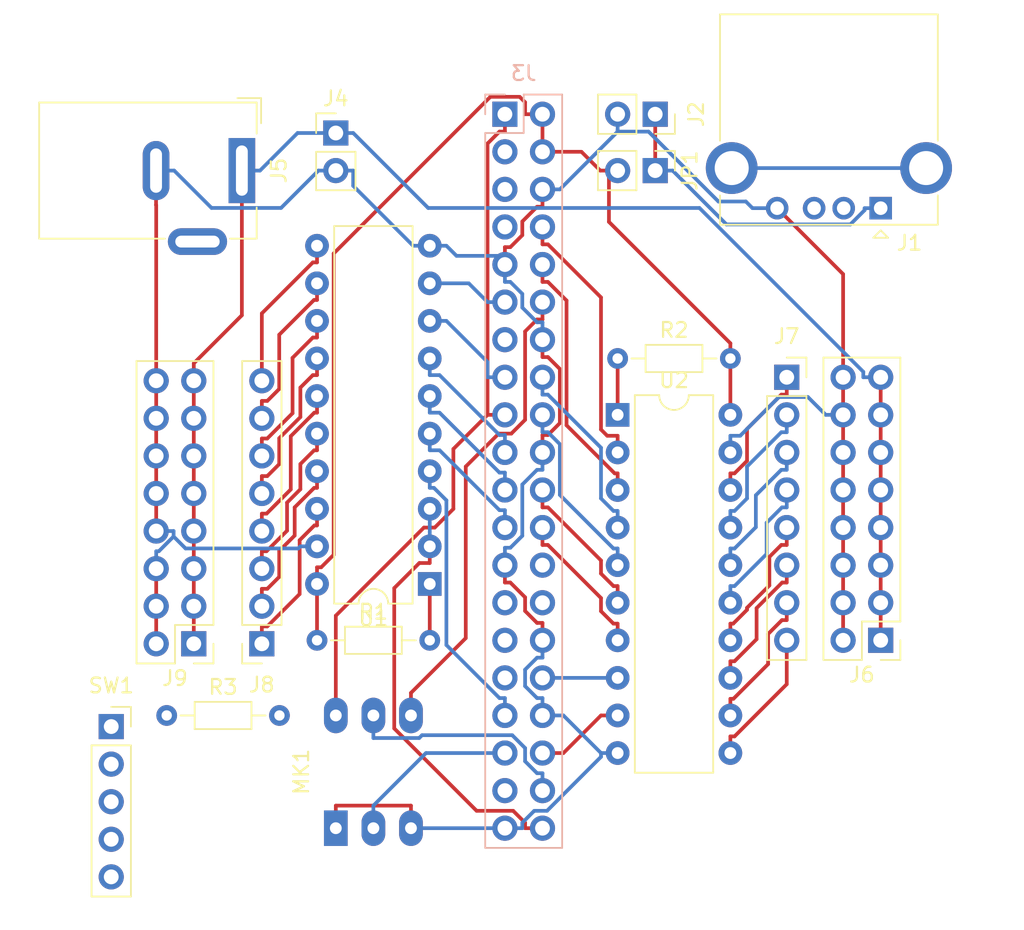
<source format=kicad_pcb>
(kicad_pcb (version 20171130) (host pcbnew "(5.1.10)-1")

  (general
    (thickness 1.6)
    (drawings 0)
    (tracks 400)
    (zones 0)
    (modules 17)
    (nets 56)
  )

  (page A4)
  (layers
    (0 F.Cu signal)
    (31 B.Cu signal)
    (32 B.Adhes user)
    (33 F.Adhes user)
    (34 B.Paste user)
    (35 F.Paste user)
    (36 B.SilkS user)
    (37 F.SilkS user)
    (38 B.Mask user)
    (39 F.Mask user)
    (40 Dwgs.User user)
    (41 Cmts.User user)
    (42 Eco1.User user)
    (43 Eco2.User user)
    (44 Edge.Cuts user)
    (45 Margin user)
    (46 B.CrtYd user)
    (47 F.CrtYd user)
    (48 B.Fab user)
    (49 F.Fab user)
  )

  (setup
    (last_trace_width 0.25)
    (trace_clearance 0.2)
    (zone_clearance 0.508)
    (zone_45_only no)
    (trace_min 0.2)
    (via_size 0.8)
    (via_drill 0.4)
    (via_min_size 0.4)
    (via_min_drill 0.3)
    (uvia_size 0.3)
    (uvia_drill 0.1)
    (uvias_allowed no)
    (uvia_min_size 0.2)
    (uvia_min_drill 0.1)
    (edge_width 0.1)
    (segment_width 0.2)
    (pcb_text_width 0.3)
    (pcb_text_size 1.5 1.5)
    (mod_edge_width 0.15)
    (mod_text_size 1 1)
    (mod_text_width 0.15)
    (pad_size 2.4 1.6)
    (pad_drill 0.8)
    (pad_to_mask_clearance 0)
    (aux_axis_origin 0 0)
    (visible_elements 7FFFFFFF)
    (pcbplotparams
      (layerselection 0x010fc_ffffffff)
      (usegerberextensions false)
      (usegerberattributes true)
      (usegerberadvancedattributes true)
      (creategerberjobfile true)
      (excludeedgelayer true)
      (linewidth 0.100000)
      (plotframeref false)
      (viasonmask false)
      (mode 1)
      (useauxorigin false)
      (hpglpennumber 1)
      (hpglpenspeed 20)
      (hpglpendiameter 15.000000)
      (psnegative false)
      (psa4output false)
      (plotreference true)
      (plotvalue true)
      (plotinvisibletext false)
      (padsonsilk false)
      (subtractmaskfromsilk false)
      (outputformat 1)
      (mirror false)
      (drillshape 1)
      (scaleselection 1)
      (outputdirectory ""))
  )

  (net 0 "")
  (net 1 GND)
  (net 2 "Net-(J1-Pad3)")
  (net 3 "Net-(J1-Pad2)")
  (net 4 VCC)
  (net 5 "Net-(J1-Pad5)")
  (net 6 /SMI_SD13)
  (net 7 /I2S_SD)
  (net 8 "Net-(J3-Pad37)")
  (net 9 /SMI_SD8)
  (net 10 /I2S_WS)
  (net 11 /SMI_SD5)
  (net 12 /SMI_SD4)
  (net 13 "Net-(J3-Pad31)")
  (net 14 "Net-(J3-Pad29)")
  (net 15 "Net-(J3-Pad28)")
  (net 16 "Net-(J3-Pad27)")
  (net 17 "Net-(J3-Pad26)")
  (net 18 /SMI_SD0)
  (net 19 /SMI_SD3)
  (net 20 /SMI_SD17)
  (net 21 /SMI_SD1)
  (net 22 /SMI_SD2)
  (net 23 /SMI_SD16)
  (net 24 +3V3)
  (net 25 /SMI_SD15)
  (net 26 /SMI_SD14)
  (net 27 "Net-(J3-Pad13)")
  (net 28 /I2S_CLK)
  (net 29 /SMI_SD9)
  (net 30 /SMI_SD7)
  (net 31 /SMI_SD6)
  (net 32 "Net-(J3-Pad7)")
  (net 33 "Net-(J3-Pad5)")
  (net 34 +5V)
  (net 35 "Net-(J3-Pad3)")
  (net 36 +12V)
  (net 37 "Net-(J7-Pad1)")
  (net 38 "Net-(J7-Pad2)")
  (net 39 "Net-(J7-Pad3)")
  (net 40 "Net-(J7-Pad4)")
  (net 41 "Net-(J7-Pad5)")
  (net 42 "Net-(J7-Pad6)")
  (net 43 "Net-(J7-Pad7)")
  (net 44 "Net-(J7-Pad8)")
  (net 45 "Net-(J8-Pad1)")
  (net 46 "Net-(J8-Pad2)")
  (net 47 "Net-(J8-Pad3)")
  (net 48 "Net-(J8-Pad4)")
  (net 49 "Net-(J8-Pad5)")
  (net 50 "Net-(J8-Pad6)")
  (net 51 "Net-(J8-Pad7)")
  (net 52 "Net-(J8-Pad8)")
  (net 53 "Net-(R1-Pad2)")
  (net 54 "Net-(R2-Pad1)")
  (net 55 "Net-(R3-Pad1)")

  (net_class Default "This is the default net class."
    (clearance 0.2)
    (trace_width 0.25)
    (via_dia 0.8)
    (via_drill 0.4)
    (uvia_dia 0.3)
    (uvia_drill 0.1)
    (add_net +12V)
    (add_net +3V3)
    (add_net +5V)
    (add_net /I2S_CLK)
    (add_net /I2S_SD)
    (add_net /I2S_WS)
    (add_net /SMI_SD0)
    (add_net /SMI_SD1)
    (add_net /SMI_SD13)
    (add_net /SMI_SD14)
    (add_net /SMI_SD15)
    (add_net /SMI_SD16)
    (add_net /SMI_SD17)
    (add_net /SMI_SD2)
    (add_net /SMI_SD3)
    (add_net /SMI_SD4)
    (add_net /SMI_SD5)
    (add_net /SMI_SD6)
    (add_net /SMI_SD7)
    (add_net /SMI_SD8)
    (add_net /SMI_SD9)
    (add_net GND)
    (add_net "Net-(J1-Pad2)")
    (add_net "Net-(J1-Pad3)")
    (add_net "Net-(J1-Pad5)")
    (add_net "Net-(J3-Pad13)")
    (add_net "Net-(J3-Pad26)")
    (add_net "Net-(J3-Pad27)")
    (add_net "Net-(J3-Pad28)")
    (add_net "Net-(J3-Pad29)")
    (add_net "Net-(J3-Pad3)")
    (add_net "Net-(J3-Pad31)")
    (add_net "Net-(J3-Pad37)")
    (add_net "Net-(J3-Pad5)")
    (add_net "Net-(J3-Pad7)")
    (add_net "Net-(J7-Pad1)")
    (add_net "Net-(J7-Pad2)")
    (add_net "Net-(J7-Pad3)")
    (add_net "Net-(J7-Pad4)")
    (add_net "Net-(J7-Pad5)")
    (add_net "Net-(J7-Pad6)")
    (add_net "Net-(J7-Pad7)")
    (add_net "Net-(J7-Pad8)")
    (add_net "Net-(J8-Pad1)")
    (add_net "Net-(J8-Pad2)")
    (add_net "Net-(J8-Pad3)")
    (add_net "Net-(J8-Pad4)")
    (add_net "Net-(J8-Pad5)")
    (add_net "Net-(J8-Pad6)")
    (add_net "Net-(J8-Pad7)")
    (add_net "Net-(J8-Pad8)")
    (add_net "Net-(R1-Pad2)")
    (add_net "Net-(R2-Pad1)")
    (add_net "Net-(R3-Pad1)")
    (add_net VCC)
  )

  (module Connector_PinSocket_2.54mm:PinSocket_1x05_P2.54mm_Vertical (layer F.Cu) (tedit 5A19A420) (tstamp 60A03184)
    (at 99.12 122.67)
    (descr "Through hole straight socket strip, 1x05, 2.54mm pitch, single row (from Kicad 4.0.7), script generated")
    (tags "Through hole socket strip THT 1x05 2.54mm single row")
    (path /609C0644)
    (fp_text reference SW1 (at 0 -2.77) (layer F.SilkS)
      (effects (font (size 1 1) (thickness 0.15)))
    )
    (fp_text value SW_Coded (at 0 12.93) (layer F.Fab)
      (effects (font (size 1 1) (thickness 0.15)))
    )
    (fp_text user %R (at 0 5.08 90) (layer F.Fab)
      (effects (font (size 1 1) (thickness 0.15)))
    )
    (fp_line (start -1.27 -1.27) (end 0.635 -1.27) (layer F.Fab) (width 0.1))
    (fp_line (start 0.635 -1.27) (end 1.27 -0.635) (layer F.Fab) (width 0.1))
    (fp_line (start 1.27 -0.635) (end 1.27 11.43) (layer F.Fab) (width 0.1))
    (fp_line (start 1.27 11.43) (end -1.27 11.43) (layer F.Fab) (width 0.1))
    (fp_line (start -1.27 11.43) (end -1.27 -1.27) (layer F.Fab) (width 0.1))
    (fp_line (start -1.33 1.27) (end 1.33 1.27) (layer F.SilkS) (width 0.12))
    (fp_line (start -1.33 1.27) (end -1.33 11.49) (layer F.SilkS) (width 0.12))
    (fp_line (start -1.33 11.49) (end 1.33 11.49) (layer F.SilkS) (width 0.12))
    (fp_line (start 1.33 1.27) (end 1.33 11.49) (layer F.SilkS) (width 0.12))
    (fp_line (start 1.33 -1.33) (end 1.33 0) (layer F.SilkS) (width 0.12))
    (fp_line (start 0 -1.33) (end 1.33 -1.33) (layer F.SilkS) (width 0.12))
    (fp_line (start -1.8 -1.8) (end 1.75 -1.8) (layer F.CrtYd) (width 0.05))
    (fp_line (start 1.75 -1.8) (end 1.75 11.9) (layer F.CrtYd) (width 0.05))
    (fp_line (start 1.75 11.9) (end -1.8 11.9) (layer F.CrtYd) (width 0.05))
    (fp_line (start -1.8 11.9) (end -1.8 -1.8) (layer F.CrtYd) (width 0.05))
    (pad 5 thru_hole oval (at 0 10.16) (size 1.7 1.7) (drill 1) (layers *.Cu *.Mask)
      (net 16 "Net-(J3-Pad27)"))
    (pad 4 thru_hole oval (at 0 7.62) (size 1.7 1.7) (drill 1) (layers *.Cu *.Mask)
      (net 15 "Net-(J3-Pad28)"))
    (pad 3 thru_hole oval (at 0 5.08) (size 1.7 1.7) (drill 1) (layers *.Cu *.Mask)
      (net 35 "Net-(J3-Pad3)"))
    (pad 2 thru_hole oval (at 0 2.54) (size 1.7 1.7) (drill 1) (layers *.Cu *.Mask)
      (net 33 "Net-(J3-Pad5)"))
    (pad 1 thru_hole rect (at 0 0) (size 1.7 1.7) (drill 1) (layers *.Cu *.Mask)
      (net 55 "Net-(R3-Pad1)"))
    (model ${KISYS3DMOD}/Connector_PinSocket_2.54mm.3dshapes/PinSocket_1x05_P2.54mm_Vertical.wrl
      (at (xyz 0 0 0))
      (scale (xyz 1 1 1))
      (rotate (xyz 0 0 0))
    )
  )

  (module Resistor_THT:R_Axial_DIN0204_L3.6mm_D1.6mm_P7.62mm_Horizontal (layer F.Cu) (tedit 5AE5139B) (tstamp 60A0316B)
    (at 102.87 121.92)
    (descr "Resistor, Axial_DIN0204 series, Axial, Horizontal, pin pitch=7.62mm, 0.167W, length*diameter=3.6*1.6mm^2, http://cdn-reichelt.de/documents/datenblatt/B400/1_4W%23YAG.pdf")
    (tags "Resistor Axial_DIN0204 series Axial Horizontal pin pitch 7.62mm 0.167W length 3.6mm diameter 1.6mm")
    (path /609D0F65)
    (fp_text reference R3 (at 3.81 -1.92) (layer F.SilkS)
      (effects (font (size 1 1) (thickness 0.15)))
    )
    (fp_text value R (at 3.81 1.92) (layer F.Fab)
      (effects (font (size 1 1) (thickness 0.15)))
    )
    (fp_text user %R (at 3.81 0) (layer F.Fab)
      (effects (font (size 0.72 0.72) (thickness 0.108)))
    )
    (fp_line (start 2.01 -0.8) (end 2.01 0.8) (layer F.Fab) (width 0.1))
    (fp_line (start 2.01 0.8) (end 5.61 0.8) (layer F.Fab) (width 0.1))
    (fp_line (start 5.61 0.8) (end 5.61 -0.8) (layer F.Fab) (width 0.1))
    (fp_line (start 5.61 -0.8) (end 2.01 -0.8) (layer F.Fab) (width 0.1))
    (fp_line (start 0 0) (end 2.01 0) (layer F.Fab) (width 0.1))
    (fp_line (start 7.62 0) (end 5.61 0) (layer F.Fab) (width 0.1))
    (fp_line (start 1.89 -0.92) (end 1.89 0.92) (layer F.SilkS) (width 0.12))
    (fp_line (start 1.89 0.92) (end 5.73 0.92) (layer F.SilkS) (width 0.12))
    (fp_line (start 5.73 0.92) (end 5.73 -0.92) (layer F.SilkS) (width 0.12))
    (fp_line (start 5.73 -0.92) (end 1.89 -0.92) (layer F.SilkS) (width 0.12))
    (fp_line (start 0.94 0) (end 1.89 0) (layer F.SilkS) (width 0.12))
    (fp_line (start 6.68 0) (end 5.73 0) (layer F.SilkS) (width 0.12))
    (fp_line (start -0.95 -1.05) (end -0.95 1.05) (layer F.CrtYd) (width 0.05))
    (fp_line (start -0.95 1.05) (end 8.57 1.05) (layer F.CrtYd) (width 0.05))
    (fp_line (start 8.57 1.05) (end 8.57 -1.05) (layer F.CrtYd) (width 0.05))
    (fp_line (start 8.57 -1.05) (end -0.95 -1.05) (layer F.CrtYd) (width 0.05))
    (pad 2 thru_hole oval (at 7.62 0) (size 1.4 1.4) (drill 0.7) (layers *.Cu *.Mask)
      (net 24 +3V3))
    (pad 1 thru_hole circle (at 0 0) (size 1.4 1.4) (drill 0.7) (layers *.Cu *.Mask)
      (net 55 "Net-(R3-Pad1)"))
    (model ${KISYS3DMOD}/Resistor_THT.3dshapes/R_Axial_DIN0204_L3.6mm_D1.6mm_P7.62mm_Horizontal.wrl
      (at (xyz 0 0 0))
      (scale (xyz 1 1 1))
      (rotate (xyz 0 0 0))
    )
  )

  (module Package_DIP:DIP-20_W7.62mm (layer F.Cu) (tedit 5A02E8C5) (tstamp 609B682B)
    (at 133.35 101.6)
    (descr "20-lead though-hole mounted DIP package, row spacing 7.62 mm (300 mils)")
    (tags "THT DIP DIL PDIP 2.54mm 7.62mm 300mil")
    (path /60990192)
    (fp_text reference U2 (at 3.81 -2.33) (layer F.SilkS)
      (effects (font (size 1 1) (thickness 0.15)))
    )
    (fp_text value 74HCT245 (at 3.81 25.19) (layer F.Fab)
      (effects (font (size 1 1) (thickness 0.15)))
    )
    (fp_line (start 8.7 -1.55) (end -1.1 -1.55) (layer F.CrtYd) (width 0.05))
    (fp_line (start 8.7 24.4) (end 8.7 -1.55) (layer F.CrtYd) (width 0.05))
    (fp_line (start -1.1 24.4) (end 8.7 24.4) (layer F.CrtYd) (width 0.05))
    (fp_line (start -1.1 -1.55) (end -1.1 24.4) (layer F.CrtYd) (width 0.05))
    (fp_line (start 6.46 -1.33) (end 4.81 -1.33) (layer F.SilkS) (width 0.12))
    (fp_line (start 6.46 24.19) (end 6.46 -1.33) (layer F.SilkS) (width 0.12))
    (fp_line (start 1.16 24.19) (end 6.46 24.19) (layer F.SilkS) (width 0.12))
    (fp_line (start 1.16 -1.33) (end 1.16 24.19) (layer F.SilkS) (width 0.12))
    (fp_line (start 2.81 -1.33) (end 1.16 -1.33) (layer F.SilkS) (width 0.12))
    (fp_line (start 0.635 -0.27) (end 1.635 -1.27) (layer F.Fab) (width 0.1))
    (fp_line (start 0.635 24.13) (end 0.635 -0.27) (layer F.Fab) (width 0.1))
    (fp_line (start 6.985 24.13) (end 0.635 24.13) (layer F.Fab) (width 0.1))
    (fp_line (start 6.985 -1.27) (end 6.985 24.13) (layer F.Fab) (width 0.1))
    (fp_line (start 1.635 -1.27) (end 6.985 -1.27) (layer F.Fab) (width 0.1))
    (fp_text user %R (at 3.81 11.43) (layer F.Fab)
      (effects (font (size 1 1) (thickness 0.15)))
    )
    (fp_arc (start 3.81 -1.33) (end 2.81 -1.33) (angle -180) (layer F.SilkS) (width 0.12))
    (pad 20 thru_hole oval (at 7.62 0) (size 1.6 1.6) (drill 0.8) (layers *.Cu *.Mask)
      (net 34 +5V))
    (pad 10 thru_hole oval (at 0 22.86) (size 1.6 1.6) (drill 0.8) (layers *.Cu *.Mask)
      (net 1 GND))
    (pad 19 thru_hole oval (at 7.62 2.54) (size 1.6 1.6) (drill 0.8) (layers *.Cu *.Mask)
      (net 1 GND))
    (pad 9 thru_hole oval (at 0 20.32) (size 1.6 1.6) (drill 0.8) (layers *.Cu *.Mask)
      (net 9 /SMI_SD8))
    (pad 18 thru_hole oval (at 7.62 5.08) (size 1.6 1.6) (drill 0.8) (layers *.Cu *.Mask)
      (net 37 "Net-(J7-Pad1)"))
    (pad 8 thru_hole oval (at 0 17.78) (size 1.6 1.6) (drill 0.8) (layers *.Cu *.Mask)
      (net 12 /SMI_SD4))
    (pad 17 thru_hole oval (at 7.62 7.62) (size 1.6 1.6) (drill 0.8) (layers *.Cu *.Mask)
      (net 38 "Net-(J7-Pad2)"))
    (pad 7 thru_hole oval (at 0 15.24) (size 1.6 1.6) (drill 0.8) (layers *.Cu *.Mask)
      (net 18 /SMI_SD0))
    (pad 16 thru_hole oval (at 7.62 10.16) (size 1.6 1.6) (drill 0.8) (layers *.Cu *.Mask)
      (net 39 "Net-(J7-Pad3)"))
    (pad 6 thru_hole oval (at 0 12.7) (size 1.6 1.6) (drill 0.8) (layers *.Cu *.Mask)
      (net 20 /SMI_SD17))
    (pad 15 thru_hole oval (at 7.62 12.7) (size 1.6 1.6) (drill 0.8) (layers *.Cu *.Mask)
      (net 40 "Net-(J7-Pad4)"))
    (pad 5 thru_hole oval (at 0 10.16) (size 1.6 1.6) (drill 0.8) (layers *.Cu *.Mask)
      (net 23 /SMI_SD16))
    (pad 14 thru_hole oval (at 7.62 15.24) (size 1.6 1.6) (drill 0.8) (layers *.Cu *.Mask)
      (net 41 "Net-(J7-Pad5)"))
    (pad 4 thru_hole oval (at 0 7.62) (size 1.6 1.6) (drill 0.8) (layers *.Cu *.Mask)
      (net 25 /SMI_SD15))
    (pad 13 thru_hole oval (at 7.62 17.78) (size 1.6 1.6) (drill 0.8) (layers *.Cu *.Mask)
      (net 42 "Net-(J7-Pad6)"))
    (pad 3 thru_hole oval (at 0 5.08) (size 1.6 1.6) (drill 0.8) (layers *.Cu *.Mask)
      (net 30 /SMI_SD7))
    (pad 12 thru_hole oval (at 7.62 20.32) (size 1.6 1.6) (drill 0.8) (layers *.Cu *.Mask)
      (net 43 "Net-(J7-Pad7)"))
    (pad 2 thru_hole oval (at 0 2.54) (size 1.6 1.6) (drill 0.8) (layers *.Cu *.Mask)
      (net 31 /SMI_SD6))
    (pad 11 thru_hole oval (at 7.62 22.86) (size 1.6 1.6) (drill 0.8) (layers *.Cu *.Mask)
      (net 44 "Net-(J7-Pad8)"))
    (pad 1 thru_hole rect (at 0 0) (size 1.6 1.6) (drill 0.8) (layers *.Cu *.Mask)
      (net 54 "Net-(R2-Pad1)"))
    (model ${KISYS3DMOD}/Package_DIP.3dshapes/DIP-20_W7.62mm.wrl
      (at (xyz 0 0 0))
      (scale (xyz 1 1 1))
      (rotate (xyz 0 0 0))
    )
  )

  (module Package_DIP:DIP-20_W7.62mm (layer F.Cu) (tedit 5A02E8C5) (tstamp 609B6803)
    (at 120.65 113.03 180)
    (descr "20-lead though-hole mounted DIP package, row spacing 7.62 mm (300 mils)")
    (tags "THT DIP DIL PDIP 2.54mm 7.62mm 300mil")
    (path /6098F41C)
    (fp_text reference U1 (at 3.81 -2.33) (layer F.SilkS)
      (effects (font (size 1 1) (thickness 0.15)))
    )
    (fp_text value 74HCT245 (at 3.81 25.19) (layer F.Fab)
      (effects (font (size 1 1) (thickness 0.15)))
    )
    (fp_line (start 8.7 -1.55) (end -1.1 -1.55) (layer F.CrtYd) (width 0.05))
    (fp_line (start 8.7 24.4) (end 8.7 -1.55) (layer F.CrtYd) (width 0.05))
    (fp_line (start -1.1 24.4) (end 8.7 24.4) (layer F.CrtYd) (width 0.05))
    (fp_line (start -1.1 -1.55) (end -1.1 24.4) (layer F.CrtYd) (width 0.05))
    (fp_line (start 6.46 -1.33) (end 4.81 -1.33) (layer F.SilkS) (width 0.12))
    (fp_line (start 6.46 24.19) (end 6.46 -1.33) (layer F.SilkS) (width 0.12))
    (fp_line (start 1.16 24.19) (end 6.46 24.19) (layer F.SilkS) (width 0.12))
    (fp_line (start 1.16 -1.33) (end 1.16 24.19) (layer F.SilkS) (width 0.12))
    (fp_line (start 2.81 -1.33) (end 1.16 -1.33) (layer F.SilkS) (width 0.12))
    (fp_line (start 0.635 -0.27) (end 1.635 -1.27) (layer F.Fab) (width 0.1))
    (fp_line (start 0.635 24.13) (end 0.635 -0.27) (layer F.Fab) (width 0.1))
    (fp_line (start 6.985 24.13) (end 0.635 24.13) (layer F.Fab) (width 0.1))
    (fp_line (start 6.985 -1.27) (end 6.985 24.13) (layer F.Fab) (width 0.1))
    (fp_line (start 1.635 -1.27) (end 6.985 -1.27) (layer F.Fab) (width 0.1))
    (fp_text user %R (at 3.81 11.43) (layer F.Fab)
      (effects (font (size 1 1) (thickness 0.15)))
    )
    (fp_arc (start 3.81 -1.33) (end 2.81 -1.33) (angle -180) (layer F.SilkS) (width 0.12))
    (pad 20 thru_hole oval (at 7.62 0 180) (size 1.6 1.6) (drill 0.8) (layers *.Cu *.Mask)
      (net 34 +5V))
    (pad 10 thru_hole oval (at 0 22.86 180) (size 1.6 1.6) (drill 0.8) (layers *.Cu *.Mask)
      (net 1 GND))
    (pad 19 thru_hole oval (at 7.62 2.54 180) (size 1.6 1.6) (drill 0.8) (layers *.Cu *.Mask)
      (net 1 GND))
    (pad 9 thru_hole oval (at 0 20.32 180) (size 1.6 1.6) (drill 0.8) (layers *.Cu *.Mask)
      (net 29 /SMI_SD9))
    (pad 18 thru_hole oval (at 7.62 5.08 180) (size 1.6 1.6) (drill 0.8) (layers *.Cu *.Mask)
      (net 45 "Net-(J8-Pad1)"))
    (pad 8 thru_hole oval (at 0 17.78 180) (size 1.6 1.6) (drill 0.8) (layers *.Cu *.Mask)
      (net 26 /SMI_SD14))
    (pad 17 thru_hole oval (at 7.62 7.62 180) (size 1.6 1.6) (drill 0.8) (layers *.Cu *.Mask)
      (net 46 "Net-(J8-Pad2)"))
    (pad 7 thru_hole oval (at 0 15.24 180) (size 1.6 1.6) (drill 0.8) (layers *.Cu *.Mask)
      (net 22 /SMI_SD2))
    (pad 16 thru_hole oval (at 7.62 10.16 180) (size 1.6 1.6) (drill 0.8) (layers *.Cu *.Mask)
      (net 47 "Net-(J8-Pad3)"))
    (pad 6 thru_hole oval (at 0 12.7 180) (size 1.6 1.6) (drill 0.8) (layers *.Cu *.Mask)
      (net 21 /SMI_SD1))
    (pad 15 thru_hole oval (at 7.62 12.7 180) (size 1.6 1.6) (drill 0.8) (layers *.Cu *.Mask)
      (net 48 "Net-(J8-Pad4)"))
    (pad 5 thru_hole oval (at 0 10.16 180) (size 1.6 1.6) (drill 0.8) (layers *.Cu *.Mask)
      (net 19 /SMI_SD3))
    (pad 14 thru_hole oval (at 7.62 15.24 180) (size 1.6 1.6) (drill 0.8) (layers *.Cu *.Mask)
      (net 49 "Net-(J8-Pad5)"))
    (pad 4 thru_hole oval (at 0 7.62 180) (size 1.6 1.6) (drill 0.8) (layers *.Cu *.Mask)
      (net 11 /SMI_SD5))
    (pad 13 thru_hole oval (at 7.62 17.78 180) (size 1.6 1.6) (drill 0.8) (layers *.Cu *.Mask)
      (net 50 "Net-(J8-Pad6)"))
    (pad 3 thru_hole oval (at 0 5.08 180) (size 1.6 1.6) (drill 0.8) (layers *.Cu *.Mask)
      (net 6 /SMI_SD13))
    (pad 12 thru_hole oval (at 7.62 20.32 180) (size 1.6 1.6) (drill 0.8) (layers *.Cu *.Mask)
      (net 51 "Net-(J8-Pad7)"))
    (pad 2 thru_hole oval (at 0 2.54 180) (size 1.6 1.6) (drill 0.8) (layers *.Cu *.Mask)
      (net 6 /SMI_SD13))
    (pad 11 thru_hole oval (at 7.62 22.86 180) (size 1.6 1.6) (drill 0.8) (layers *.Cu *.Mask)
      (net 52 "Net-(J8-Pad8)"))
    (pad 1 thru_hole rect (at 0 0 180) (size 1.6 1.6) (drill 0.8) (layers *.Cu *.Mask)
      (net 53 "Net-(R1-Pad2)"))
    (model ${KISYS3DMOD}/Package_DIP.3dshapes/DIP-20_W7.62mm.wrl
      (at (xyz 0 0 0))
      (scale (xyz 1 1 1))
      (rotate (xyz 0 0 0))
    )
  )

  (module Resistor_THT:R_Axial_DIN0204_L3.6mm_D1.6mm_P7.62mm_Horizontal (layer F.Cu) (tedit 5AE5139B) (tstamp 609B3B5C)
    (at 133.35 97.79)
    (descr "Resistor, Axial_DIN0204 series, Axial, Horizontal, pin pitch=7.62mm, 0.167W, length*diameter=3.6*1.6mm^2, http://cdn-reichelt.de/documents/datenblatt/B400/1_4W%23YAG.pdf")
    (tags "Resistor Axial_DIN0204 series Axial Horizontal pin pitch 7.62mm 0.167W length 3.6mm diameter 1.6mm")
    (path /609B10BD)
    (fp_text reference R2 (at 3.81 -1.92) (layer F.SilkS)
      (effects (font (size 1 1) (thickness 0.15)))
    )
    (fp_text value R (at 3.81 1.92) (layer F.Fab)
      (effects (font (size 1 1) (thickness 0.15)))
    )
    (fp_line (start 8.57 -1.05) (end -0.95 -1.05) (layer F.CrtYd) (width 0.05))
    (fp_line (start 8.57 1.05) (end 8.57 -1.05) (layer F.CrtYd) (width 0.05))
    (fp_line (start -0.95 1.05) (end 8.57 1.05) (layer F.CrtYd) (width 0.05))
    (fp_line (start -0.95 -1.05) (end -0.95 1.05) (layer F.CrtYd) (width 0.05))
    (fp_line (start 6.68 0) (end 5.73 0) (layer F.SilkS) (width 0.12))
    (fp_line (start 0.94 0) (end 1.89 0) (layer F.SilkS) (width 0.12))
    (fp_line (start 5.73 -0.92) (end 1.89 -0.92) (layer F.SilkS) (width 0.12))
    (fp_line (start 5.73 0.92) (end 5.73 -0.92) (layer F.SilkS) (width 0.12))
    (fp_line (start 1.89 0.92) (end 5.73 0.92) (layer F.SilkS) (width 0.12))
    (fp_line (start 1.89 -0.92) (end 1.89 0.92) (layer F.SilkS) (width 0.12))
    (fp_line (start 7.62 0) (end 5.61 0) (layer F.Fab) (width 0.1))
    (fp_line (start 0 0) (end 2.01 0) (layer F.Fab) (width 0.1))
    (fp_line (start 5.61 -0.8) (end 2.01 -0.8) (layer F.Fab) (width 0.1))
    (fp_line (start 5.61 0.8) (end 5.61 -0.8) (layer F.Fab) (width 0.1))
    (fp_line (start 2.01 0.8) (end 5.61 0.8) (layer F.Fab) (width 0.1))
    (fp_line (start 2.01 -0.8) (end 2.01 0.8) (layer F.Fab) (width 0.1))
    (fp_text user %R (at 3.81 0) (layer F.Fab)
      (effects (font (size 0.72 0.72) (thickness 0.108)))
    )
    (pad 2 thru_hole oval (at 7.62 0) (size 1.4 1.4) (drill 0.7) (layers *.Cu *.Mask)
      (net 34 +5V))
    (pad 1 thru_hole circle (at 0 0) (size 1.4 1.4) (drill 0.7) (layers *.Cu *.Mask)
      (net 54 "Net-(R2-Pad1)"))
    (model ${KISYS3DMOD}/Resistor_THT.3dshapes/R_Axial_DIN0204_L3.6mm_D1.6mm_P7.62mm_Horizontal.wrl
      (at (xyz 0 0 0))
      (scale (xyz 1 1 1))
      (rotate (xyz 0 0 0))
    )
  )

  (module Resistor_THT:R_Axial_DIN0204_L3.6mm_D1.6mm_P7.62mm_Horizontal (layer F.Cu) (tedit 5AE5139B) (tstamp 609B3B45)
    (at 113.03 116.84)
    (descr "Resistor, Axial_DIN0204 series, Axial, Horizontal, pin pitch=7.62mm, 0.167W, length*diameter=3.6*1.6mm^2, http://cdn-reichelt.de/documents/datenblatt/B400/1_4W%23YAG.pdf")
    (tags "Resistor Axial_DIN0204 series Axial Horizontal pin pitch 7.62mm 0.167W length 3.6mm diameter 1.6mm")
    (path /609AF147)
    (fp_text reference R1 (at 3.81 -1.92) (layer F.SilkS)
      (effects (font (size 1 1) (thickness 0.15)))
    )
    (fp_text value R (at 3.81 1.92) (layer F.Fab)
      (effects (font (size 1 1) (thickness 0.15)))
    )
    (fp_line (start 8.57 -1.05) (end -0.95 -1.05) (layer F.CrtYd) (width 0.05))
    (fp_line (start 8.57 1.05) (end 8.57 -1.05) (layer F.CrtYd) (width 0.05))
    (fp_line (start -0.95 1.05) (end 8.57 1.05) (layer F.CrtYd) (width 0.05))
    (fp_line (start -0.95 -1.05) (end -0.95 1.05) (layer F.CrtYd) (width 0.05))
    (fp_line (start 6.68 0) (end 5.73 0) (layer F.SilkS) (width 0.12))
    (fp_line (start 0.94 0) (end 1.89 0) (layer F.SilkS) (width 0.12))
    (fp_line (start 5.73 -0.92) (end 1.89 -0.92) (layer F.SilkS) (width 0.12))
    (fp_line (start 5.73 0.92) (end 5.73 -0.92) (layer F.SilkS) (width 0.12))
    (fp_line (start 1.89 0.92) (end 5.73 0.92) (layer F.SilkS) (width 0.12))
    (fp_line (start 1.89 -0.92) (end 1.89 0.92) (layer F.SilkS) (width 0.12))
    (fp_line (start 7.62 0) (end 5.61 0) (layer F.Fab) (width 0.1))
    (fp_line (start 0 0) (end 2.01 0) (layer F.Fab) (width 0.1))
    (fp_line (start 5.61 -0.8) (end 2.01 -0.8) (layer F.Fab) (width 0.1))
    (fp_line (start 5.61 0.8) (end 5.61 -0.8) (layer F.Fab) (width 0.1))
    (fp_line (start 2.01 0.8) (end 5.61 0.8) (layer F.Fab) (width 0.1))
    (fp_line (start 2.01 -0.8) (end 2.01 0.8) (layer F.Fab) (width 0.1))
    (fp_text user %R (at 3.81 0) (layer F.Fab)
      (effects (font (size 0.72 0.72) (thickness 0.108)))
    )
    (pad 2 thru_hole oval (at 7.62 0) (size 1.4 1.4) (drill 0.7) (layers *.Cu *.Mask)
      (net 53 "Net-(R1-Pad2)"))
    (pad 1 thru_hole circle (at 0 0) (size 1.4 1.4) (drill 0.7) (layers *.Cu *.Mask)
      (net 34 +5V))
    (model ${KISYS3DMOD}/Resistor_THT.3dshapes/R_Axial_DIN0204_L3.6mm_D1.6mm_P7.62mm_Horizontal.wrl
      (at (xyz 0 0 0))
      (scale (xyz 1 1 1))
      (rotate (xyz 0 0 0))
    )
  )

  (module LedBarsHat:I2S_MEMS_Microphone (layer F.Cu) (tedit 609ABC0F) (tstamp 609B21DB)
    (at 114.3 129.54 90)
    (descr "I2S MEMS Microphone")
    (tags "I2S MEMS Microphone")
    (path /609D01E4)
    (fp_text reference MK1 (at 3.81 -2.33 90) (layer F.SilkS)
      (effects (font (size 1 1) (thickness 0.15)))
    )
    (fp_text value MP45DT02 (at 3.81 7.41 90) (layer F.Fab)
      (effects (font (size 1 1) (thickness 0.15)))
    )
    (fp_line (start 9.1 -1.55) (end -1.45 -1.55) (layer F.CrtYd) (width 0.05))
    (fp_line (start 9.1 6.6) (end 9.1 -1.55) (layer F.CrtYd) (width 0.05))
    (fp_line (start -1.45 6.6) (end 9.1 6.6) (layer F.CrtYd) (width 0.05))
    (fp_line (start -1.45 -1.55) (end -1.45 6.6) (layer F.CrtYd) (width 0.05))
    (fp_line (start 0.635 -0.27) (end 1.635 -1.27) (layer F.Fab) (width 0.1))
    (fp_line (start 0.635 6.35) (end 0.635 -0.27) (layer F.Fab) (width 0.1))
    (fp_line (start 6.985 6.35) (end 0.635 6.35) (layer F.Fab) (width 0.1))
    (fp_line (start 6.985 -1.27) (end 6.985 6.35) (layer F.Fab) (width 0.1))
    (fp_line (start 1.635 -1.27) (end 6.985 -1.27) (layer F.Fab) (width 0.1))
    (fp_text user %R (at 3.81 2.54 90) (layer F.Fab)
      (effects (font (size 1 1) (thickness 0.15)))
    )
    (pad 1 thru_hole rect (at 0 0 90) (size 2.4 1.6) (drill 0.8) (layers *.Cu *.Mask)
      (net 1 GND))
    (pad 4 thru_hole oval (at 7.62 5.08 90) (size 2.4 1.6) (drill 0.8) (layers *.Cu *.Mask)
      (net 28 /I2S_CLK))
    (pad 2 thru_hole oval (at 0 2.54 90) (size 2.4 1.6) (drill 0.8) (layers *.Cu *.Mask)
      (net 10 /I2S_WS))
    (pad 5 thru_hole oval (at 7.62 2.54 90) (size 2.4 1.6) (drill 0.8) (layers *.Cu *.Mask)
      (net 7 /I2S_SD))
    (pad 3 thru_hole oval (at 0 5.08 90) (size 2.4 1.6) (drill 0.8) (layers *.Cu *.Mask)
      (net 1 GND))
    (pad 6 thru_hole oval (at 7.62 0 90) (size 2.4 1.6) (drill 0.8) (layers *.Cu *.Mask)
      (net 24 +3V3))
  )

  (module Connector_PinHeader_2.54mm:PinHeader_1x02_P2.54mm_Vertical (layer F.Cu) (tedit 59FED5CC) (tstamp 609B21C7)
    (at 135.89 85.09 270)
    (descr "Through hole straight pin header, 1x02, 2.54mm pitch, single row")
    (tags "Through hole pin header THT 1x02 2.54mm single row")
    (path /60A55661)
    (fp_text reference JP1 (at 0 -2.33 90) (layer F.SilkS)
      (effects (font (size 1 1) (thickness 0.15)))
    )
    (fp_text value Jumper (at 0 4.87 90) (layer F.Fab)
      (effects (font (size 1 1) (thickness 0.15)))
    )
    (fp_line (start 1.8 -1.8) (end -1.8 -1.8) (layer F.CrtYd) (width 0.05))
    (fp_line (start 1.8 4.35) (end 1.8 -1.8) (layer F.CrtYd) (width 0.05))
    (fp_line (start -1.8 4.35) (end 1.8 4.35) (layer F.CrtYd) (width 0.05))
    (fp_line (start -1.8 -1.8) (end -1.8 4.35) (layer F.CrtYd) (width 0.05))
    (fp_line (start -1.33 -1.33) (end 0 -1.33) (layer F.SilkS) (width 0.12))
    (fp_line (start -1.33 0) (end -1.33 -1.33) (layer F.SilkS) (width 0.12))
    (fp_line (start -1.33 1.27) (end 1.33 1.27) (layer F.SilkS) (width 0.12))
    (fp_line (start 1.33 1.27) (end 1.33 3.87) (layer F.SilkS) (width 0.12))
    (fp_line (start -1.33 1.27) (end -1.33 3.87) (layer F.SilkS) (width 0.12))
    (fp_line (start -1.33 3.87) (end 1.33 3.87) (layer F.SilkS) (width 0.12))
    (fp_line (start -1.27 -0.635) (end -0.635 -1.27) (layer F.Fab) (width 0.1))
    (fp_line (start -1.27 3.81) (end -1.27 -0.635) (layer F.Fab) (width 0.1))
    (fp_line (start 1.27 3.81) (end -1.27 3.81) (layer F.Fab) (width 0.1))
    (fp_line (start 1.27 -1.27) (end 1.27 3.81) (layer F.Fab) (width 0.1))
    (fp_line (start -0.635 -1.27) (end 1.27 -1.27) (layer F.Fab) (width 0.1))
    (fp_text user %R (at 0 1.27) (layer F.Fab)
      (effects (font (size 1 1) (thickness 0.15)))
    )
    (pad 2 thru_hole oval (at 0 2.54 270) (size 1.7 1.7) (drill 1) (layers *.Cu *.Mask)
      (net 34 +5V))
    (pad 1 thru_hole rect (at 0 0 270) (size 1.7 1.7) (drill 1) (layers *.Cu *.Mask)
      (net 4 VCC))
    (model ${KISYS3DMOD}/Connector_PinHeader_2.54mm.3dshapes/PinHeader_1x02_P2.54mm_Vertical.wrl
      (at (xyz 0 0 0))
      (scale (xyz 1 1 1))
      (rotate (xyz 0 0 0))
    )
  )

  (module LedBarsHat:Led_Power_Bus (layer F.Cu) (tedit 609AB8F7) (tstamp 609B21B1)
    (at 104.7 117.075 180)
    (descr "Through hole straight pin header, 2x08, 2.54mm pitch, double rows")
    (tags "Through hole pin header THT 2x08 2.54mm double row")
    (path /60A1377F)
    (fp_text reference J9 (at 1.27 -2.33) (layer F.SilkS)
      (effects (font (size 1 1) (thickness 0.15)))
    )
    (fp_text value Conn_02x08_Row_Letter_Last (at 1.27 20.11) (layer F.Fab)
      (effects (font (size 1 1) (thickness 0.15)))
    )
    (fp_line (start 4.35 -1.8) (end -1.8 -1.8) (layer F.CrtYd) (width 0.05))
    (fp_line (start 4.35 19.55) (end 4.35 -1.8) (layer F.CrtYd) (width 0.05))
    (fp_line (start -1.8 19.55) (end 4.35 19.55) (layer F.CrtYd) (width 0.05))
    (fp_line (start -1.8 -1.8) (end -1.8 19.55) (layer F.CrtYd) (width 0.05))
    (fp_line (start -1.33 -1.33) (end 0 -1.33) (layer F.SilkS) (width 0.12))
    (fp_line (start -1.33 0) (end -1.33 -1.33) (layer F.SilkS) (width 0.12))
    (fp_line (start 1.27 -1.33) (end 3.87 -1.33) (layer F.SilkS) (width 0.12))
    (fp_line (start 1.27 1.27) (end 1.27 -1.33) (layer F.SilkS) (width 0.12))
    (fp_line (start -1.33 1.27) (end 1.27 1.27) (layer F.SilkS) (width 0.12))
    (fp_line (start 3.87 -1.33) (end 3.87 19.11) (layer F.SilkS) (width 0.12))
    (fp_line (start -1.33 1.27) (end -1.33 19.11) (layer F.SilkS) (width 0.12))
    (fp_line (start -1.33 19.11) (end 3.87 19.11) (layer F.SilkS) (width 0.12))
    (fp_line (start -1.27 0) (end 0 -1.27) (layer F.Fab) (width 0.1))
    (fp_line (start -1.27 19.05) (end -1.27 0) (layer F.Fab) (width 0.1))
    (fp_line (start 3.81 19.05) (end -1.27 19.05) (layer F.Fab) (width 0.1))
    (fp_line (start 3.81 -1.27) (end 3.81 19.05) (layer F.Fab) (width 0.1))
    (fp_line (start 0 -1.27) (end 3.81 -1.27) (layer F.Fab) (width 0.1))
    (fp_text user %R (at 1.27 8.89 90) (layer F.Fab)
      (effects (font (size 1 1) (thickness 0.15)))
    )
    (pad 1a thru_hole rect (at 0 0 180) (size 1.7 1.7) (drill 1) (layers *.Cu *.Mask)
      (net 36 +12V))
    (pad 1b thru_hole oval (at 2.54 0 180) (size 1.7 1.7) (drill 1) (layers *.Cu *.Mask)
      (net 1 GND))
    (pad 2a thru_hole oval (at 0 2.54 180) (size 1.7 1.7) (drill 1) (layers *.Cu *.Mask)
      (net 36 +12V))
    (pad 2b thru_hole oval (at 2.54 2.54 180) (size 1.7 1.7) (drill 1) (layers *.Cu *.Mask)
      (net 1 GND))
    (pad 3a thru_hole oval (at 0 5.08 180) (size 1.7 1.7) (drill 1) (layers *.Cu *.Mask)
      (net 36 +12V))
    (pad 3b thru_hole oval (at 2.54 5.08 180) (size 1.7 1.7) (drill 1) (layers *.Cu *.Mask)
      (net 1 GND))
    (pad 4a thru_hole oval (at 0 7.62 180) (size 1.7 1.7) (drill 1) (layers *.Cu *.Mask)
      (net 36 +12V))
    (pad 4b thru_hole oval (at 2.54 7.62 180) (size 1.7 1.7) (drill 1) (layers *.Cu *.Mask)
      (net 1 GND))
    (pad 5a thru_hole oval (at 0 10.16 180) (size 1.7 1.7) (drill 1) (layers *.Cu *.Mask)
      (net 36 +12V))
    (pad 5b thru_hole oval (at 2.54 10.16 180) (size 1.7 1.7) (drill 1) (layers *.Cu *.Mask)
      (net 1 GND))
    (pad 6a thru_hole oval (at 0 12.7 180) (size 1.7 1.7) (drill 1) (layers *.Cu *.Mask)
      (net 36 +12V))
    (pad 6b thru_hole oval (at 2.54 12.7 180) (size 1.7 1.7) (drill 1) (layers *.Cu *.Mask)
      (net 1 GND))
    (pad 7a thru_hole oval (at 0 15.24 180) (size 1.7 1.7) (drill 1) (layers *.Cu *.Mask)
      (net 36 +12V))
    (pad 7b thru_hole oval (at 2.54 15.24 180) (size 1.7 1.7) (drill 1) (layers *.Cu *.Mask)
      (net 1 GND))
    (pad 8a thru_hole oval (at 0 17.78 180) (size 1.7 1.7) (drill 1) (layers *.Cu *.Mask)
      (net 36 +12V))
    (pad 8b thru_hole oval (at 2.54 17.78 180) (size 1.7 1.7) (drill 1) (layers *.Cu *.Mask)
      (net 1 GND))
  )

  (module LedBarsHat:Led_Signal_Bus (layer F.Cu) (tedit 609AB921) (tstamp 609B218B)
    (at 109.3 117.075 180)
    (descr "Through hole straight socket strip, 1x08, 2.54mm pitch, single row (from Kicad 4.0.7), script generated")
    (tags "Through hole socket strip THT 1x08 2.54mm single row")
    (path /60A0C6CA)
    (fp_text reference J8 (at 0 -2.77) (layer F.SilkS)
      (effects (font (size 1 1) (thickness 0.15)))
    )
    (fp_text value Conn_01x08_Female (at 0 20.55) (layer F.Fab)
      (effects (font (size 1 1) (thickness 0.15)))
    )
    (fp_line (start -1.27 -1.27) (end 0.635 -1.27) (layer F.Fab) (width 0.1))
    (fp_line (start 0.635 -1.27) (end 1.27 -0.635) (layer F.Fab) (width 0.1))
    (fp_line (start 1.27 -0.635) (end 1.27 19.05) (layer F.Fab) (width 0.1))
    (fp_line (start 1.27 19.05) (end -1.27 19.05) (layer F.Fab) (width 0.1))
    (fp_line (start -1.27 19.05) (end -1.27 -1.27) (layer F.Fab) (width 0.1))
    (fp_line (start -1.33 1.27) (end 1.33 1.27) (layer F.SilkS) (width 0.12))
    (fp_line (start -1.33 1.27) (end -1.33 19.11) (layer F.SilkS) (width 0.12))
    (fp_line (start -1.33 19.11) (end 1.33 19.11) (layer F.SilkS) (width 0.12))
    (fp_line (start 1.33 1.27) (end 1.33 19.11) (layer F.SilkS) (width 0.12))
    (fp_line (start 1.33 -1.33) (end 1.33 0) (layer F.SilkS) (width 0.12))
    (fp_line (start 0 -1.33) (end 1.33 -1.33) (layer F.SilkS) (width 0.12))
    (fp_line (start -1.8 -1.8) (end 1.75 -1.8) (layer F.CrtYd) (width 0.05))
    (fp_line (start 1.75 -1.8) (end 1.75 19.55) (layer F.CrtYd) (width 0.05))
    (fp_line (start 1.75 19.55) (end -1.8 19.55) (layer F.CrtYd) (width 0.05))
    (fp_line (start -1.8 19.55) (end -1.8 -1.8) (layer F.CrtYd) (width 0.05))
    (fp_text user %R (at 0 8.89 90) (layer F.Fab)
      (effects (font (size 1 1) (thickness 0.15)))
    )
    (pad 1 thru_hole rect (at 0 0 180) (size 1.7 1.7) (drill 1) (layers *.Cu *.Mask)
      (net 45 "Net-(J8-Pad1)"))
    (pad 2 thru_hole oval (at 0 2.54 180) (size 1.7 1.7) (drill 1) (layers *.Cu *.Mask)
      (net 46 "Net-(J8-Pad2)"))
    (pad 3 thru_hole oval (at 0 5.08 180) (size 1.7 1.7) (drill 1) (layers *.Cu *.Mask)
      (net 47 "Net-(J8-Pad3)"))
    (pad 4 thru_hole oval (at 0 7.62 180) (size 1.7 1.7) (drill 1) (layers *.Cu *.Mask)
      (net 48 "Net-(J8-Pad4)"))
    (pad 5 thru_hole oval (at 0 10.16 180) (size 1.7 1.7) (drill 1) (layers *.Cu *.Mask)
      (net 49 "Net-(J8-Pad5)"))
    (pad 6 thru_hole oval (at 0 12.7 180) (size 1.7 1.7) (drill 1) (layers *.Cu *.Mask)
      (net 50 "Net-(J8-Pad6)"))
    (pad 7 thru_hole oval (at 0 15.24 180) (size 1.7 1.7) (drill 1) (layers *.Cu *.Mask)
      (net 51 "Net-(J8-Pad7)"))
    (pad 8 thru_hole oval (at 0 17.78 180) (size 1.7 1.7) (drill 1) (layers *.Cu *.Mask)
      (net 52 "Net-(J8-Pad8)"))
  )

  (module LedBarsHat:Led_Signal_Bus (layer F.Cu) (tedit 609AB921) (tstamp 609B216F)
    (at 144.78 99.06)
    (descr "Through hole straight socket strip, 1x08, 2.54mm pitch, single row (from Kicad 4.0.7), script generated")
    (tags "Through hole socket strip THT 1x08 2.54mm single row")
    (path /60A0018E)
    (fp_text reference J7 (at 0 -2.77) (layer F.SilkS)
      (effects (font (size 1 1) (thickness 0.15)))
    )
    (fp_text value Conn_01x08_Female (at 0 20.55) (layer F.Fab)
      (effects (font (size 1 1) (thickness 0.15)))
    )
    (fp_line (start -1.27 -1.27) (end 0.635 -1.27) (layer F.Fab) (width 0.1))
    (fp_line (start 0.635 -1.27) (end 1.27 -0.635) (layer F.Fab) (width 0.1))
    (fp_line (start 1.27 -0.635) (end 1.27 19.05) (layer F.Fab) (width 0.1))
    (fp_line (start 1.27 19.05) (end -1.27 19.05) (layer F.Fab) (width 0.1))
    (fp_line (start -1.27 19.05) (end -1.27 -1.27) (layer F.Fab) (width 0.1))
    (fp_line (start -1.33 1.27) (end 1.33 1.27) (layer F.SilkS) (width 0.12))
    (fp_line (start -1.33 1.27) (end -1.33 19.11) (layer F.SilkS) (width 0.12))
    (fp_line (start -1.33 19.11) (end 1.33 19.11) (layer F.SilkS) (width 0.12))
    (fp_line (start 1.33 1.27) (end 1.33 19.11) (layer F.SilkS) (width 0.12))
    (fp_line (start 1.33 -1.33) (end 1.33 0) (layer F.SilkS) (width 0.12))
    (fp_line (start 0 -1.33) (end 1.33 -1.33) (layer F.SilkS) (width 0.12))
    (fp_line (start -1.8 -1.8) (end 1.75 -1.8) (layer F.CrtYd) (width 0.05))
    (fp_line (start 1.75 -1.8) (end 1.75 19.55) (layer F.CrtYd) (width 0.05))
    (fp_line (start 1.75 19.55) (end -1.8 19.55) (layer F.CrtYd) (width 0.05))
    (fp_line (start -1.8 19.55) (end -1.8 -1.8) (layer F.CrtYd) (width 0.05))
    (fp_text user %R (at 0 8.89 90) (layer F.Fab)
      (effects (font (size 1 1) (thickness 0.15)))
    )
    (pad 1 thru_hole rect (at 0 0) (size 1.7 1.7) (drill 1) (layers *.Cu *.Mask)
      (net 37 "Net-(J7-Pad1)"))
    (pad 2 thru_hole oval (at 0 2.54) (size 1.7 1.7) (drill 1) (layers *.Cu *.Mask)
      (net 38 "Net-(J7-Pad2)"))
    (pad 3 thru_hole oval (at 0 5.08) (size 1.7 1.7) (drill 1) (layers *.Cu *.Mask)
      (net 39 "Net-(J7-Pad3)"))
    (pad 4 thru_hole oval (at 0 7.62) (size 1.7 1.7) (drill 1) (layers *.Cu *.Mask)
      (net 40 "Net-(J7-Pad4)"))
    (pad 5 thru_hole oval (at 0 10.16) (size 1.7 1.7) (drill 1) (layers *.Cu *.Mask)
      (net 41 "Net-(J7-Pad5)"))
    (pad 6 thru_hole oval (at 0 12.7) (size 1.7 1.7) (drill 1) (layers *.Cu *.Mask)
      (net 42 "Net-(J7-Pad6)"))
    (pad 7 thru_hole oval (at 0 15.24) (size 1.7 1.7) (drill 1) (layers *.Cu *.Mask)
      (net 43 "Net-(J7-Pad7)"))
    (pad 8 thru_hole oval (at 0 17.78) (size 1.7 1.7) (drill 1) (layers *.Cu *.Mask)
      (net 44 "Net-(J7-Pad8)"))
  )

  (module LedBarsHat:Led_Power_Bus (layer F.Cu) (tedit 609AB8F7) (tstamp 609B2153)
    (at 151.13 116.84 180)
    (descr "Through hole straight pin header, 2x08, 2.54mm pitch, double rows")
    (tags "Through hole pin header THT 2x08 2.54mm double row")
    (path /60A12108)
    (fp_text reference J6 (at 1.27 -2.33) (layer F.SilkS)
      (effects (font (size 1 1) (thickness 0.15)))
    )
    (fp_text value Conn_02x08_Row_Letter_Last (at 1.27 20.11) (layer F.Fab)
      (effects (font (size 1 1) (thickness 0.15)))
    )
    (fp_line (start 4.35 -1.8) (end -1.8 -1.8) (layer F.CrtYd) (width 0.05))
    (fp_line (start 4.35 19.55) (end 4.35 -1.8) (layer F.CrtYd) (width 0.05))
    (fp_line (start -1.8 19.55) (end 4.35 19.55) (layer F.CrtYd) (width 0.05))
    (fp_line (start -1.8 -1.8) (end -1.8 19.55) (layer F.CrtYd) (width 0.05))
    (fp_line (start -1.33 -1.33) (end 0 -1.33) (layer F.SilkS) (width 0.12))
    (fp_line (start -1.33 0) (end -1.33 -1.33) (layer F.SilkS) (width 0.12))
    (fp_line (start 1.27 -1.33) (end 3.87 -1.33) (layer F.SilkS) (width 0.12))
    (fp_line (start 1.27 1.27) (end 1.27 -1.33) (layer F.SilkS) (width 0.12))
    (fp_line (start -1.33 1.27) (end 1.27 1.27) (layer F.SilkS) (width 0.12))
    (fp_line (start 3.87 -1.33) (end 3.87 19.11) (layer F.SilkS) (width 0.12))
    (fp_line (start -1.33 1.27) (end -1.33 19.11) (layer F.SilkS) (width 0.12))
    (fp_line (start -1.33 19.11) (end 3.87 19.11) (layer F.SilkS) (width 0.12))
    (fp_line (start -1.27 0) (end 0 -1.27) (layer F.Fab) (width 0.1))
    (fp_line (start -1.27 19.05) (end -1.27 0) (layer F.Fab) (width 0.1))
    (fp_line (start 3.81 19.05) (end -1.27 19.05) (layer F.Fab) (width 0.1))
    (fp_line (start 3.81 -1.27) (end 3.81 19.05) (layer F.Fab) (width 0.1))
    (fp_line (start 0 -1.27) (end 3.81 -1.27) (layer F.Fab) (width 0.1))
    (fp_text user %R (at 1.27 8.89 90) (layer F.Fab)
      (effects (font (size 1 1) (thickness 0.15)))
    )
    (pad 1a thru_hole rect (at 0 0 180) (size 1.7 1.7) (drill 1) (layers *.Cu *.Mask)
      (net 36 +12V))
    (pad 1b thru_hole oval (at 2.54 0 180) (size 1.7 1.7) (drill 1) (layers *.Cu *.Mask)
      (net 1 GND))
    (pad 2a thru_hole oval (at 0 2.54 180) (size 1.7 1.7) (drill 1) (layers *.Cu *.Mask)
      (net 36 +12V))
    (pad 2b thru_hole oval (at 2.54 2.54 180) (size 1.7 1.7) (drill 1) (layers *.Cu *.Mask)
      (net 1 GND))
    (pad 3a thru_hole oval (at 0 5.08 180) (size 1.7 1.7) (drill 1) (layers *.Cu *.Mask)
      (net 36 +12V))
    (pad 3b thru_hole oval (at 2.54 5.08 180) (size 1.7 1.7) (drill 1) (layers *.Cu *.Mask)
      (net 1 GND))
    (pad 4a thru_hole oval (at 0 7.62 180) (size 1.7 1.7) (drill 1) (layers *.Cu *.Mask)
      (net 36 +12V))
    (pad 4b thru_hole oval (at 2.54 7.62 180) (size 1.7 1.7) (drill 1) (layers *.Cu *.Mask)
      (net 1 GND))
    (pad 5a thru_hole oval (at 0 10.16 180) (size 1.7 1.7) (drill 1) (layers *.Cu *.Mask)
      (net 36 +12V))
    (pad 5b thru_hole oval (at 2.54 10.16 180) (size 1.7 1.7) (drill 1) (layers *.Cu *.Mask)
      (net 1 GND))
    (pad 6a thru_hole oval (at 0 12.7 180) (size 1.7 1.7) (drill 1) (layers *.Cu *.Mask)
      (net 36 +12V))
    (pad 6b thru_hole oval (at 2.54 12.7 180) (size 1.7 1.7) (drill 1) (layers *.Cu *.Mask)
      (net 1 GND))
    (pad 7a thru_hole oval (at 0 15.24 180) (size 1.7 1.7) (drill 1) (layers *.Cu *.Mask)
      (net 36 +12V))
    (pad 7b thru_hole oval (at 2.54 15.24 180) (size 1.7 1.7) (drill 1) (layers *.Cu *.Mask)
      (net 1 GND))
    (pad 8a thru_hole oval (at 0 17.78 180) (size 1.7 1.7) (drill 1) (layers *.Cu *.Mask)
      (net 36 +12V))
    (pad 8b thru_hole oval (at 2.54 17.78 180) (size 1.7 1.7) (drill 1) (layers *.Cu *.Mask)
      (net 1 GND))
  )

  (module Connector_BarrelJack:BarrelJack_Wuerth_6941xx301002 (layer F.Cu) (tedit 5B191DE1) (tstamp 609B212D)
    (at 107.95 85.09 270)
    (descr "Wuerth electronics barrel jack connector (5.5mm outher diameter, inner diameter 2.05mm or 2.55mm depending on exact order number), See: http://katalog.we-online.de/em/datasheet/6941xx301002.pdf")
    (tags "connector barrel jack")
    (path /6099631E)
    (fp_text reference J5 (at 0 -2.5 90) (layer F.SilkS)
      (effects (font (size 1 1) (thickness 0.15)))
    )
    (fp_text value Jack-DC (at 0 15.5 90) (layer F.Fab)
      (effects (font (size 1 1) (thickness 0.15)))
    )
    (fp_line (start -4.6 -1) (end -2.5 -1) (layer F.SilkS) (width 0.12))
    (fp_line (start 6.2 0.5) (end 5 0.5) (layer F.CrtYd) (width 0.05))
    (fp_line (start 6.2 5.5) (end 5 5.5) (layer F.CrtYd) (width 0.05))
    (fp_line (start 6.2 0.5) (end 6.2 5.5) (layer F.CrtYd) (width 0.05))
    (fp_line (start 5 0.5) (end 5 -1.4) (layer F.CrtYd) (width 0.05))
    (fp_line (start -5 14.1) (end 5 14.1) (layer F.CrtYd) (width 0.05))
    (fp_line (start -5 -1.4) (end -5 14.1) (layer F.CrtYd) (width 0.05))
    (fp_line (start 5 -1.4) (end -5 -1.4) (layer F.CrtYd) (width 0.05))
    (fp_line (start -4.9 -1.3) (end -4.9 0.3) (layer F.SilkS) (width 0.12))
    (fp_line (start -3.2 -1.3) (end -4.9 -1.3) (layer F.SilkS) (width 0.12))
    (fp_line (start 4.6 -1) (end 4.6 0.8) (layer F.SilkS) (width 0.12))
    (fp_line (start 2.5 -1) (end 4.6 -1) (layer F.SilkS) (width 0.12))
    (fp_line (start -4.6 13.7) (end -4.6 -1) (layer F.SilkS) (width 0.12))
    (fp_line (start 4.6 13.7) (end -4.6 13.7) (layer F.SilkS) (width 0.12))
    (fp_line (start -4.5 13.6) (end -4.5 0.1) (layer F.Fab) (width 0.1))
    (fp_line (start 4.5 13.6) (end -4.5 13.6) (layer F.Fab) (width 0.1))
    (fp_line (start 4.5 -0.9) (end 4.5 13.6) (layer F.Fab) (width 0.1))
    (fp_line (start 4.5 -0.9) (end -3.5 -0.9) (layer F.Fab) (width 0.1))
    (fp_line (start -4.5 0.1) (end -3.5 -0.9) (layer F.Fab) (width 0.1))
    (fp_line (start 4.6 5.2) (end 4.6 13.7) (layer F.SilkS) (width 0.12))
    (fp_line (start 5 14.1) (end 5 5.5) (layer F.CrtYd) (width 0.05))
    (fp_text user %R (at 0 7.5 90) (layer F.Fab)
      (effects (font (size 1 1) (thickness 0.15)))
    )
    (pad 1 thru_hole rect (at 0 0 270) (size 4.4 1.8) (drill oval 3.4 0.8) (layers *.Cu *.Mask)
      (net 36 +12V))
    (pad 2 thru_hole oval (at 0 5.8 270) (size 4 1.8) (drill oval 3 0.8) (layers *.Cu *.Mask)
      (net 1 GND))
    (pad 3 thru_hole oval (at 4.8 3) (size 4 1.8) (drill oval 3 0.8) (layers *.Cu *.Mask))
    (model ${KISYS3DMOD}/Connector_BarrelJack.3dshapes/BarrelJack_Wuerth_6941xx301002.wrl
      (at (xyz 0 0 0))
      (scale (xyz 1 1 1))
      (rotate (xyz 0 0 0))
    )
  )

  (module Connector_PinHeader_2.54mm:PinHeader_1x02_P2.54mm_Vertical (layer F.Cu) (tedit 59FED5CC) (tstamp 609B2110)
    (at 114.3 82.55)
    (descr "Through hole straight pin header, 1x02, 2.54mm pitch, single row")
    (tags "Through hole pin header THT 1x02 2.54mm single row")
    (path /6099C84A)
    (fp_text reference J4 (at 0 -2.33) (layer F.SilkS)
      (effects (font (size 1 1) (thickness 0.15)))
    )
    (fp_text value Conn_01x02_Male (at 0 4.87) (layer F.Fab)
      (effects (font (size 1 1) (thickness 0.15)))
    )
    (fp_line (start 1.8 -1.8) (end -1.8 -1.8) (layer F.CrtYd) (width 0.05))
    (fp_line (start 1.8 4.35) (end 1.8 -1.8) (layer F.CrtYd) (width 0.05))
    (fp_line (start -1.8 4.35) (end 1.8 4.35) (layer F.CrtYd) (width 0.05))
    (fp_line (start -1.8 -1.8) (end -1.8 4.35) (layer F.CrtYd) (width 0.05))
    (fp_line (start -1.33 -1.33) (end 0 -1.33) (layer F.SilkS) (width 0.12))
    (fp_line (start -1.33 0) (end -1.33 -1.33) (layer F.SilkS) (width 0.12))
    (fp_line (start -1.33 1.27) (end 1.33 1.27) (layer F.SilkS) (width 0.12))
    (fp_line (start 1.33 1.27) (end 1.33 3.87) (layer F.SilkS) (width 0.12))
    (fp_line (start -1.33 1.27) (end -1.33 3.87) (layer F.SilkS) (width 0.12))
    (fp_line (start -1.33 3.87) (end 1.33 3.87) (layer F.SilkS) (width 0.12))
    (fp_line (start -1.27 -0.635) (end -0.635 -1.27) (layer F.Fab) (width 0.1))
    (fp_line (start -1.27 3.81) (end -1.27 -0.635) (layer F.Fab) (width 0.1))
    (fp_line (start 1.27 3.81) (end -1.27 3.81) (layer F.Fab) (width 0.1))
    (fp_line (start 1.27 -1.27) (end 1.27 3.81) (layer F.Fab) (width 0.1))
    (fp_line (start -0.635 -1.27) (end 1.27 -1.27) (layer F.Fab) (width 0.1))
    (fp_text user %R (at 0 1.27 90) (layer F.Fab)
      (effects (font (size 1 1) (thickness 0.15)))
    )
    (pad 2 thru_hole oval (at 0 2.54) (size 1.7 1.7) (drill 1) (layers *.Cu *.Mask)
      (net 1 GND))
    (pad 1 thru_hole rect (at 0 0) (size 1.7 1.7) (drill 1) (layers *.Cu *.Mask)
      (net 36 +12V))
    (model ${KISYS3DMOD}/Connector_PinHeader_2.54mm.3dshapes/PinHeader_1x02_P2.54mm_Vertical.wrl
      (at (xyz 0 0 0))
      (scale (xyz 1 1 1))
      (rotate (xyz 0 0 0))
    )
  )

  (module Connector_PinSocket_2.54mm:PinSocket_2x20_P2.54mm_Vertical (layer B.Cu) (tedit 5A19A433) (tstamp 609B20FA)
    (at 125.73 81.28 180)
    (descr "Through hole straight socket strip, 2x20, 2.54mm pitch, double cols (from Kicad 4.0.7), script generated")
    (tags "Through hole socket strip THT 2x20 2.54mm double row")
    (path /60988C0F)
    (fp_text reference J3 (at -1.27 2.77) (layer B.SilkS)
      (effects (font (size 1 1) (thickness 0.15)) (justify mirror))
    )
    (fp_text value Raspberry_Pi_2_3 (at -1.27 -51.03) (layer B.Fab)
      (effects (font (size 1 1) (thickness 0.15)) (justify mirror))
    )
    (fp_line (start -4.34 -50) (end -4.34 1.8) (layer B.CrtYd) (width 0.05))
    (fp_line (start 1.76 -50) (end -4.34 -50) (layer B.CrtYd) (width 0.05))
    (fp_line (start 1.76 1.8) (end 1.76 -50) (layer B.CrtYd) (width 0.05))
    (fp_line (start -4.34 1.8) (end 1.76 1.8) (layer B.CrtYd) (width 0.05))
    (fp_line (start 0 1.33) (end 1.33 1.33) (layer B.SilkS) (width 0.12))
    (fp_line (start 1.33 1.33) (end 1.33 0) (layer B.SilkS) (width 0.12))
    (fp_line (start -1.27 1.33) (end -1.27 -1.27) (layer B.SilkS) (width 0.12))
    (fp_line (start -1.27 -1.27) (end 1.33 -1.27) (layer B.SilkS) (width 0.12))
    (fp_line (start 1.33 -1.27) (end 1.33 -49.59) (layer B.SilkS) (width 0.12))
    (fp_line (start -3.87 -49.59) (end 1.33 -49.59) (layer B.SilkS) (width 0.12))
    (fp_line (start -3.87 1.33) (end -3.87 -49.59) (layer B.SilkS) (width 0.12))
    (fp_line (start -3.87 1.33) (end -1.27 1.33) (layer B.SilkS) (width 0.12))
    (fp_line (start -3.81 -49.53) (end -3.81 1.27) (layer B.Fab) (width 0.1))
    (fp_line (start 1.27 -49.53) (end -3.81 -49.53) (layer B.Fab) (width 0.1))
    (fp_line (start 1.27 0.27) (end 1.27 -49.53) (layer B.Fab) (width 0.1))
    (fp_line (start 0.27 1.27) (end 1.27 0.27) (layer B.Fab) (width 0.1))
    (fp_line (start -3.81 1.27) (end 0.27 1.27) (layer B.Fab) (width 0.1))
    (fp_text user %R (at -1.27 -24.13 270) (layer B.Fab)
      (effects (font (size 1 1) (thickness 0.15)) (justify mirror))
    )
    (pad 40 thru_hole oval (at -2.54 -48.26 180) (size 1.7 1.7) (drill 1) (layers *.Cu *.Mask)
      (net 6 /SMI_SD13))
    (pad 39 thru_hole oval (at 0 -48.26 180) (size 1.7 1.7) (drill 1) (layers *.Cu *.Mask)
      (net 1 GND))
    (pad 38 thru_hole oval (at -2.54 -45.72 180) (size 1.7 1.7) (drill 1) (layers *.Cu *.Mask)
      (net 7 /I2S_SD))
    (pad 37 thru_hole oval (at 0 -45.72 180) (size 1.7 1.7) (drill 1) (layers *.Cu *.Mask)
      (net 8 "Net-(J3-Pad37)"))
    (pad 36 thru_hole oval (at -2.54 -43.18 180) (size 1.7 1.7) (drill 1) (layers *.Cu *.Mask)
      (net 9 /SMI_SD8))
    (pad 35 thru_hole oval (at 0 -43.18 180) (size 1.7 1.7) (drill 1) (layers *.Cu *.Mask)
      (net 10 /I2S_WS))
    (pad 34 thru_hole oval (at -2.54 -40.64 180) (size 1.7 1.7) (drill 1) (layers *.Cu *.Mask)
      (net 1 GND))
    (pad 33 thru_hole oval (at 0 -40.64 180) (size 1.7 1.7) (drill 1) (layers *.Cu *.Mask)
      (net 11 /SMI_SD5))
    (pad 32 thru_hole oval (at -2.54 -38.1 180) (size 1.7 1.7) (drill 1) (layers *.Cu *.Mask)
      (net 12 /SMI_SD4))
    (pad 31 thru_hole oval (at 0 -38.1 180) (size 1.7 1.7) (drill 1) (layers *.Cu *.Mask)
      (net 13 "Net-(J3-Pad31)"))
    (pad 30 thru_hole oval (at -2.54 -35.56 180) (size 1.7 1.7) (drill 1) (layers *.Cu *.Mask)
      (net 1 GND))
    (pad 29 thru_hole oval (at 0 -35.56 180) (size 1.7 1.7) (drill 1) (layers *.Cu *.Mask)
      (net 14 "Net-(J3-Pad29)"))
    (pad 28 thru_hole oval (at -2.54 -33.02 180) (size 1.7 1.7) (drill 1) (layers *.Cu *.Mask)
      (net 15 "Net-(J3-Pad28)"))
    (pad 27 thru_hole oval (at 0 -33.02 180) (size 1.7 1.7) (drill 1) (layers *.Cu *.Mask)
      (net 16 "Net-(J3-Pad27)"))
    (pad 26 thru_hole oval (at -2.54 -30.48 180) (size 1.7 1.7) (drill 1) (layers *.Cu *.Mask)
      (net 17 "Net-(J3-Pad26)"))
    (pad 25 thru_hole oval (at 0 -30.48 180) (size 1.7 1.7) (drill 1) (layers *.Cu *.Mask)
      (net 1 GND))
    (pad 24 thru_hole oval (at -2.54 -27.94 180) (size 1.7 1.7) (drill 1) (layers *.Cu *.Mask)
      (net 18 /SMI_SD0))
    (pad 23 thru_hole oval (at 0 -27.94 180) (size 1.7 1.7) (drill 1) (layers *.Cu *.Mask)
      (net 19 /SMI_SD3))
    (pad 22 thru_hole oval (at -2.54 -25.4 180) (size 1.7 1.7) (drill 1) (layers *.Cu *.Mask)
      (net 20 /SMI_SD17))
    (pad 21 thru_hole oval (at 0 -25.4 180) (size 1.7 1.7) (drill 1) (layers *.Cu *.Mask)
      (net 21 /SMI_SD1))
    (pad 20 thru_hole oval (at -2.54 -22.86 180) (size 1.7 1.7) (drill 1) (layers *.Cu *.Mask)
      (net 1 GND))
    (pad 19 thru_hole oval (at 0 -22.86 180) (size 1.7 1.7) (drill 1) (layers *.Cu *.Mask)
      (net 22 /SMI_SD2))
    (pad 18 thru_hole oval (at -2.54 -20.32 180) (size 1.7 1.7) (drill 1) (layers *.Cu *.Mask)
      (net 23 /SMI_SD16))
    (pad 17 thru_hole oval (at 0 -20.32 180) (size 1.7 1.7) (drill 1) (layers *.Cu *.Mask)
      (net 24 +3V3))
    (pad 16 thru_hole oval (at -2.54 -17.78 180) (size 1.7 1.7) (drill 1) (layers *.Cu *.Mask)
      (net 25 /SMI_SD15))
    (pad 15 thru_hole oval (at 0 -17.78 180) (size 1.7 1.7) (drill 1) (layers *.Cu *.Mask)
      (net 26 /SMI_SD14))
    (pad 14 thru_hole oval (at -2.54 -15.24 180) (size 1.7 1.7) (drill 1) (layers *.Cu *.Mask)
      (net 1 GND))
    (pad 13 thru_hole oval (at 0 -15.24 180) (size 1.7 1.7) (drill 1) (layers *.Cu *.Mask)
      (net 27 "Net-(J3-Pad13)"))
    (pad 12 thru_hole oval (at -2.54 -12.7 180) (size 1.7 1.7) (drill 1) (layers *.Cu *.Mask)
      (net 28 /I2S_CLK))
    (pad 11 thru_hole oval (at 0 -12.7 180) (size 1.7 1.7) (drill 1) (layers *.Cu *.Mask)
      (net 29 /SMI_SD9))
    (pad 10 thru_hole oval (at -2.54 -10.16 180) (size 1.7 1.7) (drill 1) (layers *.Cu *.Mask)
      (net 30 /SMI_SD7))
    (pad 9 thru_hole oval (at 0 -10.16 180) (size 1.7 1.7) (drill 1) (layers *.Cu *.Mask)
      (net 1 GND))
    (pad 8 thru_hole oval (at -2.54 -7.62 180) (size 1.7 1.7) (drill 1) (layers *.Cu *.Mask)
      (net 31 /SMI_SD6))
    (pad 7 thru_hole oval (at 0 -7.62 180) (size 1.7 1.7) (drill 1) (layers *.Cu *.Mask)
      (net 32 "Net-(J3-Pad7)"))
    (pad 6 thru_hole oval (at -2.54 -5.08 180) (size 1.7 1.7) (drill 1) (layers *.Cu *.Mask)
      (net 1 GND))
    (pad 5 thru_hole oval (at 0 -5.08 180) (size 1.7 1.7) (drill 1) (layers *.Cu *.Mask)
      (net 33 "Net-(J3-Pad5)"))
    (pad 4 thru_hole oval (at -2.54 -2.54 180) (size 1.7 1.7) (drill 1) (layers *.Cu *.Mask)
      (net 34 +5V))
    (pad 3 thru_hole oval (at 0 -2.54 180) (size 1.7 1.7) (drill 1) (layers *.Cu *.Mask)
      (net 35 "Net-(J3-Pad3)"))
    (pad 2 thru_hole oval (at -2.54 0 180) (size 1.7 1.7) (drill 1) (layers *.Cu *.Mask)
      (net 34 +5V))
    (pad 1 thru_hole rect (at 0 0 180) (size 1.7 1.7) (drill 1) (layers *.Cu *.Mask)
      (net 24 +3V3))
    (model ${KISYS3DMOD}/Connector_PinSocket_2.54mm.3dshapes/PinSocket_2x20_P2.54mm_Vertical.wrl
      (at (xyz 0 0 0))
      (scale (xyz 1 1 1))
      (rotate (xyz 0 0 0))
    )
  )

  (module Connector_PinSocket_2.54mm:PinSocket_1x02_P2.54mm_Vertical (layer F.Cu) (tedit 5A19A420) (tstamp 609B20BC)
    (at 135.89 81.28 270)
    (descr "Through hole straight socket strip, 1x02, 2.54mm pitch, single row (from Kicad 4.0.7), script generated")
    (tags "Through hole socket strip THT 1x02 2.54mm single row")
    (path /6099CF4C)
    (fp_text reference J2 (at 0 -2.77 90) (layer F.SilkS)
      (effects (font (size 1 1) (thickness 0.15)))
    )
    (fp_text value Conn_01x02_Female (at 0 5.31 90) (layer F.Fab)
      (effects (font (size 1 1) (thickness 0.15)))
    )
    (fp_line (start -1.8 4.3) (end -1.8 -1.8) (layer F.CrtYd) (width 0.05))
    (fp_line (start 1.75 4.3) (end -1.8 4.3) (layer F.CrtYd) (width 0.05))
    (fp_line (start 1.75 -1.8) (end 1.75 4.3) (layer F.CrtYd) (width 0.05))
    (fp_line (start -1.8 -1.8) (end 1.75 -1.8) (layer F.CrtYd) (width 0.05))
    (fp_line (start 0 -1.33) (end 1.33 -1.33) (layer F.SilkS) (width 0.12))
    (fp_line (start 1.33 -1.33) (end 1.33 0) (layer F.SilkS) (width 0.12))
    (fp_line (start 1.33 1.27) (end 1.33 3.87) (layer F.SilkS) (width 0.12))
    (fp_line (start -1.33 3.87) (end 1.33 3.87) (layer F.SilkS) (width 0.12))
    (fp_line (start -1.33 1.27) (end -1.33 3.87) (layer F.SilkS) (width 0.12))
    (fp_line (start -1.33 1.27) (end 1.33 1.27) (layer F.SilkS) (width 0.12))
    (fp_line (start -1.27 3.81) (end -1.27 -1.27) (layer F.Fab) (width 0.1))
    (fp_line (start 1.27 3.81) (end -1.27 3.81) (layer F.Fab) (width 0.1))
    (fp_line (start 1.27 -0.635) (end 1.27 3.81) (layer F.Fab) (width 0.1))
    (fp_line (start 0.635 -1.27) (end 1.27 -0.635) (layer F.Fab) (width 0.1))
    (fp_line (start -1.27 -1.27) (end 0.635 -1.27) (layer F.Fab) (width 0.1))
    (fp_text user %R (at 0 1.27) (layer F.Fab)
      (effects (font (size 1 1) (thickness 0.15)))
    )
    (pad 2 thru_hole oval (at 0 2.54 270) (size 1.7 1.7) (drill 1) (layers *.Cu *.Mask)
      (net 1 GND))
    (pad 1 thru_hole rect (at 0 0 270) (size 1.7 1.7) (drill 1) (layers *.Cu *.Mask)
      (net 4 VCC))
    (model ${KISYS3DMOD}/Connector_PinSocket_2.54mm.3dshapes/PinSocket_1x02_P2.54mm_Vertical.wrl
      (at (xyz 0 0 0))
      (scale (xyz 1 1 1))
      (rotate (xyz 0 0 0))
    )
  )

  (module Connector_USB:USB_A_CONNFLY_DS1095-WNR0 (layer F.Cu) (tedit 5E39FFBD) (tstamp 609B20A6)
    (at 151.13 87.63 180)
    (descr http://www.connfly.com/userfiles/image/UpLoadFile/File/2013/5/6/DS1095.pdf)
    (tags "USB-A receptacle horizontal through-hole")
    (path /60994FCE)
    (fp_text reference J1 (at -1.95 -2.35) (layer F.SilkS)
      (effects (font (size 1 1) (thickness 0.15)))
    )
    (fp_text value USB_A (at 3.5 7) (layer F.Fab)
      (effects (font (size 1 1) (thickness 0.15)))
    )
    (fp_line (start 0.5 -2) (end -0.5 -2) (layer F.SilkS) (width 0.12))
    (fp_line (start 0 -1.5) (end 0.5 -2) (layer F.SilkS) (width 0.12))
    (fp_line (start -0.5 -2) (end 0 -1.5) (layer F.SilkS) (width 0.12))
    (fp_line (start 10.86 0.86) (end 10.86 -1.12) (layer F.SilkS) (width 0.12))
    (fp_line (start -3.86 -1.12) (end -3.86 0.86) (layer F.SilkS) (width 0.12))
    (fp_line (start -3.86 -1.12) (end 10.86 -1.12) (layer F.SilkS) (width 0.12))
    (fp_line (start 10.86 4.56) (end 10.86 13.1) (layer F.SilkS) (width 0.12))
    (fp_line (start -3.86 13.1) (end 10.86 13.1) (layer F.SilkS) (width 0.12))
    (fp_line (start -3.86 4.56) (end -3.86 13.1) (layer F.SilkS) (width 0.12))
    (fp_line (start -5.32 -1.51) (end 12.32 -1.51) (layer F.CrtYd) (width 0.05))
    (fp_line (start 12.32 -1.51) (end 12.32 13.49) (layer F.CrtYd) (width 0.05))
    (fp_line (start 12.32 13.49) (end -5.32 13.49) (layer F.CrtYd) (width 0.05))
    (fp_line (start -5.32 -1.51) (end -5.32 13.49) (layer F.CrtYd) (width 0.05))
    (fp_line (start -2.87 -1.01) (end -3.75 -0.13) (layer F.Fab) (width 0.1))
    (fp_line (start -3.75 12.99) (end 10.75 12.99) (layer F.Fab) (width 0.1))
    (fp_line (start -2.87 -1.01) (end 10.75 -1.01) (layer F.Fab) (width 0.1))
    (fp_line (start 10.75 -1.01) (end 10.75 12.99) (layer F.Fab) (width 0.1))
    (fp_line (start -3.75 -0.13) (end -3.75 12.99) (layer F.Fab) (width 0.1))
    (fp_text user %R (at 3.5 5) (layer F.Fab)
      (effects (font (size 1 1) (thickness 0.15)))
    )
    (pad 4 thru_hole circle (at 7 0 180) (size 1.524 1.524) (drill 0.92) (layers *.Cu *.Mask)
      (net 1 GND))
    (pad 3 thru_hole circle (at 4.5 0 180) (size 1.524 1.524) (drill 0.92) (layers *.Cu *.Mask)
      (net 2 "Net-(J1-Pad3)"))
    (pad 2 thru_hole circle (at 2.5 0 180) (size 1.524 1.524) (drill 0.92) (layers *.Cu *.Mask)
      (net 3 "Net-(J1-Pad2)"))
    (pad 1 thru_hole rect (at 0 0 180) (size 1.524 1.524) (drill 0.92) (layers *.Cu *.Mask)
      (net 4 VCC))
    (pad 5 thru_hole circle (at -3.07 2.71 180) (size 3.5 3.5) (drill 2.3) (layers *.Cu *.Mask)
      (net 5 "Net-(J1-Pad5)"))
    (pad 5 thru_hole circle (at 10.07 2.71 180) (size 3.5 3.5) (drill 2.3) (layers *.Cu *.Mask)
      (net 5 "Net-(J1-Pad5)"))
    (model ${KISYS3DMOD}/Connector_USB.3dshapes/USB_A_CONNFLY_DS1095-WNR0.wrl
      (at (xyz 0 0 0))
      (scale (xyz 1 1 1))
      (rotate (xyz 0 0 0))
    )
  )

  (segment (start 128.27 121.92) (end 128.27 120.7447) (width 0.25) (layer B.Cu) (net 1))
  (segment (start 128.27 116.84) (end 128.27 118.0153) (width 0.25) (layer B.Cu) (net 1))
  (segment (start 128.27 118.0153) (end 127.9027 118.0153) (width 0.25) (layer B.Cu) (net 1))
  (segment (start 127.9027 118.0153) (end 127.0947 118.8233) (width 0.25) (layer B.Cu) (net 1))
  (segment (start 127.0947 118.8233) (end 127.0947 119.9368) (width 0.25) (layer B.Cu) (net 1))
  (segment (start 127.0947 119.9368) (end 127.9026 120.7447) (width 0.25) (layer B.Cu) (net 1))
  (segment (start 127.9026 120.7447) (end 128.27 120.7447) (width 0.25) (layer B.Cu) (net 1))
  (segment (start 128.27 116.84) (end 128.27 115.6647) (width 0.25) (layer F.Cu) (net 1))
  (segment (start 125.73 111.76) (end 125.73 112.9353) (width 0.25) (layer F.Cu) (net 1))
  (segment (start 125.73 112.9353) (end 126.0974 112.9353) (width 0.25) (layer F.Cu) (net 1))
  (segment (start 126.0974 112.9353) (end 127.0947 113.9326) (width 0.25) (layer F.Cu) (net 1))
  (segment (start 127.0947 113.9326) (end 127.0947 114.8568) (width 0.25) (layer F.Cu) (net 1))
  (segment (start 127.0947 114.8568) (end 127.9026 115.6647) (width 0.25) (layer F.Cu) (net 1))
  (segment (start 127.9026 115.6647) (end 128.27 115.6647) (width 0.25) (layer F.Cu) (net 1))
  (segment (start 125.73 111.76) (end 125.73 110.5847) (width 0.25) (layer B.Cu) (net 1))
  (segment (start 128.27 104.14) (end 128.27 105.3153) (width 0.25) (layer B.Cu) (net 1))
  (segment (start 128.27 105.3153) (end 127.9026 105.3153) (width 0.25) (layer B.Cu) (net 1))
  (segment (start 127.9026 105.3153) (end 126.9053 106.3126) (width 0.25) (layer B.Cu) (net 1))
  (segment (start 126.9053 106.3126) (end 126.9053 109.7768) (width 0.25) (layer B.Cu) (net 1))
  (segment (start 126.9053 109.7768) (end 126.0974 110.5847) (width 0.25) (layer B.Cu) (net 1))
  (segment (start 126.0974 110.5847) (end 125.73 110.5847) (width 0.25) (layer B.Cu) (net 1))
  (segment (start 114.3 85.09) (end 113.1247 85.09) (width 0.25) (layer B.Cu) (net 1))
  (segment (start 102.15 85.09) (end 103.3753 85.09) (width 0.25) (layer B.Cu) (net 1))
  (segment (start 103.3753 85.09) (end 105.9007 87.6154) (width 0.25) (layer B.Cu) (net 1))
  (segment (start 105.9007 87.6154) (end 110.5993 87.6154) (width 0.25) (layer B.Cu) (net 1))
  (segment (start 110.5993 87.6154) (end 113.1247 85.09) (width 0.25) (layer B.Cu) (net 1))
  (segment (start 114.3 129.54) (end 114.3 128.0147) (width 0.25) (layer F.Cu) (net 1))
  (segment (start 119.38 129.54) (end 119.38 128.0147) (width 0.25) (layer F.Cu) (net 1))
  (segment (start 119.38 128.0147) (end 114.3 128.0147) (width 0.25) (layer F.Cu) (net 1))
  (segment (start 125.73 91.44) (end 125.73 90.2647) (width 0.25) (layer F.Cu) (net 1))
  (segment (start 128.27 86.36) (end 128.27 87.5353) (width 0.25) (layer F.Cu) (net 1))
  (segment (start 128.27 87.5353) (end 127.9026 87.5353) (width 0.25) (layer F.Cu) (net 1))
  (segment (start 127.9026 87.5353) (end 126.9053 88.5326) (width 0.25) (layer F.Cu) (net 1))
  (segment (start 126.9053 88.5326) (end 126.9053 89.4568) (width 0.25) (layer F.Cu) (net 1))
  (segment (start 126.9053 89.4568) (end 126.0974 90.2647) (width 0.25) (layer F.Cu) (net 1))
  (segment (start 126.0974 90.2647) (end 125.73 90.2647) (width 0.25) (layer F.Cu) (net 1))
  (segment (start 102.15 85.09) (end 102.15 87.4153) (width 0.25) (layer F.Cu) (net 1))
  (segment (start 102.16 99.295) (end 102.16 87.4253) (width 0.25) (layer F.Cu) (net 1))
  (segment (start 102.16 87.4253) (end 102.15 87.4153) (width 0.25) (layer F.Cu) (net 1))
  (segment (start 102.16 101.835) (end 102.16 99.295) (width 0.25) (layer F.Cu) (net 1))
  (segment (start 128.27 104.14) (end 128.27 102.9647) (width 0.25) (layer F.Cu) (net 1))
  (segment (start 128.27 96.52) (end 128.27 97.6953) (width 0.25) (layer F.Cu) (net 1))
  (segment (start 128.27 97.6953) (end 128.6374 97.6953) (width 0.25) (layer F.Cu) (net 1))
  (segment (start 128.6374 97.6953) (end 129.4453 98.5032) (width 0.25) (layer F.Cu) (net 1))
  (segment (start 129.4453 98.5032) (end 129.4453 102.1568) (width 0.25) (layer F.Cu) (net 1))
  (segment (start 129.4453 102.1568) (end 128.6374 102.9647) (width 0.25) (layer F.Cu) (net 1))
  (segment (start 128.6374 102.9647) (end 128.27 102.9647) (width 0.25) (layer F.Cu) (net 1))
  (segment (start 102.16 114.535) (end 102.16 117.075) (width 0.25) (layer F.Cu) (net 1))
  (segment (start 114.3 85.09) (end 115.4753 85.09) (width 0.25) (layer B.Cu) (net 1))
  (segment (start 120.65 90.17) (end 119.5247 90.17) (width 0.25) (layer B.Cu) (net 1))
  (segment (start 115.4753 85.09) (end 115.4753 86.1206) (width 0.25) (layer B.Cu) (net 1))
  (segment (start 115.4753 86.1206) (end 119.5247 90.17) (width 0.25) (layer B.Cu) (net 1))
  (segment (start 120.65 90.17) (end 121.7753 90.17) (width 0.25) (layer B.Cu) (net 1))
  (segment (start 125.73 90.8523) (end 122.4576 90.8523) (width 0.25) (layer B.Cu) (net 1))
  (segment (start 122.4576 90.8523) (end 121.7753 90.17) (width 0.25) (layer B.Cu) (net 1))
  (segment (start 125.73 91.44) (end 125.73 90.8523) (width 0.25) (layer B.Cu) (net 1))
  (segment (start 103.3353 109.8224) (end 103.3353 109.455) (width 0.25) (layer B.Cu) (net 1))
  (segment (start 111.9047 110.49) (end 111.7644 110.6303) (width 0.25) (layer B.Cu) (net 1))
  (segment (start 111.7644 110.6303) (end 104.1432 110.6303) (width 0.25) (layer B.Cu) (net 1))
  (segment (start 104.1432 110.6303) (end 103.3353 109.8224) (width 0.25) (layer B.Cu) (net 1))
  (segment (start 103.3353 109.8224) (end 102.338 110.8197) (width 0.25) (layer B.Cu) (net 1))
  (segment (start 102.338 110.8197) (end 102.16 110.8197) (width 0.25) (layer B.Cu) (net 1))
  (segment (start 102.16 111.995) (end 102.16 110.8197) (width 0.25) (layer B.Cu) (net 1))
  (segment (start 144.13 87.63) (end 142.4646 87.63) (width 0.25) (layer B.Cu) (net 1))
  (segment (start 142.4646 87.63) (end 142.0144 87.1798) (width 0.25) (layer B.Cu) (net 1))
  (segment (start 142.0144 87.1798) (end 140.1624 87.1798) (width 0.25) (layer B.Cu) (net 1))
  (segment (start 140.1624 87.1798) (end 135.438 82.4554) (width 0.25) (layer B.Cu) (net 1))
  (segment (start 135.438 82.4554) (end 133.4064 82.4554) (width 0.25) (layer B.Cu) (net 1))
  (segment (start 133.4064 82.4554) (end 133.3782 82.4271) (width 0.25) (layer B.Cu) (net 1))
  (segment (start 133.35 82.3427) (end 133.35 82.399) (width 0.25) (layer B.Cu) (net 1))
  (segment (start 133.35 82.399) (end 133.3782 82.4271) (width 0.25) (layer B.Cu) (net 1))
  (segment (start 133.3782 82.4271) (end 129.4453 86.36) (width 0.25) (layer B.Cu) (net 1))
  (segment (start 128.27 86.36) (end 129.4453 86.36) (width 0.25) (layer B.Cu) (net 1))
  (segment (start 125.73 91.44) (end 125.73 92.6153) (width 0.25) (layer B.Cu) (net 1))
  (segment (start 102.16 109.455) (end 103.3353 109.455) (width 0.25) (layer B.Cu) (net 1))
  (segment (start 113.03 110.49) (end 111.9047 110.49) (width 0.25) (layer B.Cu) (net 1))
  (segment (start 133.35 81.28) (end 133.35 82.3427) (width 0.25) (layer B.Cu) (net 1))
  (segment (start 125.73 129.54) (end 126.9053 129.54) (width 0.25) (layer B.Cu) (net 1))
  (segment (start 126.9053 129.54) (end 126.9053 129.1726) (width 0.25) (layer B.Cu) (net 1))
  (segment (start 126.9053 129.1726) (end 127.7132 128.3647) (width 0.25) (layer B.Cu) (net 1))
  (segment (start 127.7132 128.3647) (end 128.5777 128.3647) (width 0.25) (layer B.Cu) (net 1))
  (segment (start 128.5777 128.3647) (end 132.2247 124.7177) (width 0.25) (layer B.Cu) (net 1))
  (segment (start 132.2247 124.7177) (end 132.2247 124.46) (width 0.25) (layer B.Cu) (net 1))
  (segment (start 119.38 129.54) (end 125.73 129.54) (width 0.25) (layer B.Cu) (net 1))
  (segment (start 102.16 111.995) (end 102.16 114.535) (width 0.25) (layer F.Cu) (net 1))
  (segment (start 102.16 106.915) (end 102.16 109.455) (width 0.25) (layer F.Cu) (net 1))
  (segment (start 102.16 104.375) (end 102.16 106.915) (width 0.25) (layer F.Cu) (net 1))
  (segment (start 102.16 101.835) (end 102.16 104.375) (width 0.25) (layer F.Cu) (net 1))
  (segment (start 140.97 104.14) (end 140.97 103.0147) (width 0.25) (layer B.Cu) (net 1))
  (segment (start 148.59 101.6) (end 147.4147 101.6) (width 0.25) (layer B.Cu) (net 1))
  (segment (start 147.4147 101.6) (end 146.2109 100.3962) (width 0.25) (layer B.Cu) (net 1))
  (segment (start 146.2109 100.3962) (end 144.2515 100.3962) (width 0.25) (layer B.Cu) (net 1))
  (segment (start 144.2515 100.3962) (end 141.633 103.0147) (width 0.25) (layer B.Cu) (net 1))
  (segment (start 141.633 103.0147) (end 140.97 103.0147) (width 0.25) (layer B.Cu) (net 1))
  (segment (start 148.59 114.3) (end 148.59 116.84) (width 0.25) (layer F.Cu) (net 1))
  (segment (start 148.59 111.76) (end 148.59 114.3) (width 0.25) (layer F.Cu) (net 1))
  (segment (start 148.59 109.22) (end 148.59 111.76) (width 0.25) (layer F.Cu) (net 1))
  (segment (start 148.59 106.68) (end 148.59 109.22) (width 0.25) (layer F.Cu) (net 1))
  (segment (start 148.59 104.14) (end 148.59 106.68) (width 0.25) (layer F.Cu) (net 1))
  (segment (start 148.59 101.6) (end 148.59 104.14) (width 0.25) (layer F.Cu) (net 1))
  (segment (start 148.59 99.06) (end 148.59 101.6) (width 0.25) (layer F.Cu) (net 1))
  (segment (start 144.13 87.63) (end 148.59 92.09) (width 0.25) (layer F.Cu) (net 1))
  (segment (start 148.59 92.09) (end 148.59 99.06) (width 0.25) (layer F.Cu) (net 1))
  (segment (start 133.35 124.46) (end 132.2247 124.46) (width 0.25) (layer B.Cu) (net 1))
  (segment (start 128.27 121.92) (end 129.6847 121.92) (width 0.25) (layer B.Cu) (net 1))
  (segment (start 129.6847 121.92) (end 132.2247 124.46) (width 0.25) (layer B.Cu) (net 1))
  (segment (start 128.27 96.52) (end 128.27 95.3447) (width 0.25) (layer B.Cu) (net 1))
  (segment (start 128.27 95.3447) (end 127.9026 95.3447) (width 0.25) (layer B.Cu) (net 1))
  (segment (start 127.9026 95.3447) (end 126.9053 94.3474) (width 0.25) (layer B.Cu) (net 1))
  (segment (start 126.9053 94.3474) (end 126.9053 93.4232) (width 0.25) (layer B.Cu) (net 1))
  (segment (start 126.9053 93.4232) (end 126.0974 92.6153) (width 0.25) (layer B.Cu) (net 1))
  (segment (start 126.0974 92.6153) (end 125.73 92.6153) (width 0.25) (layer B.Cu) (net 1))
  (segment (start 135.89 85.09) (end 137.0653 85.09) (width 0.25) (layer B.Cu) (net 4))
  (segment (start 151.13 87.63) (end 150.0427 87.63) (width 0.25) (layer B.Cu) (net 4))
  (segment (start 150.0427 87.63) (end 150.0427 87.7659) (width 0.25) (layer B.Cu) (net 4))
  (segment (start 150.0427 87.7659) (end 149.0798 88.7288) (width 0.25) (layer B.Cu) (net 4))
  (segment (start 149.0798 88.7288) (end 140.7041 88.7288) (width 0.25) (layer B.Cu) (net 4))
  (segment (start 140.7041 88.7288) (end 137.0653 85.09) (width 0.25) (layer B.Cu) (net 4))
  (segment (start 135.89 81.28) (end 135.89 85.09) (width 0.25) (layer F.Cu) (net 4))
  (segment (start 141.06 84.92) (end 154.2 84.92) (width 0.25) (layer B.Cu) (net 5))
  (segment (start 120.65 110.49) (end 120.65 111.6153) (width 0.25) (layer F.Cu) (net 6))
  (segment (start 128.27 129.54) (end 127.0947 129.54) (width 0.25) (layer F.Cu) (net 6))
  (segment (start 127.0947 129.54) (end 127.0947 129.1726) (width 0.25) (layer F.Cu) (net 6))
  (segment (start 127.0947 129.1726) (end 126.2868 128.3647) (width 0.25) (layer F.Cu) (net 6))
  (segment (start 126.2868 128.3647) (end 123.818 128.3647) (width 0.25) (layer F.Cu) (net 6))
  (segment (start 123.818 128.3647) (end 118.2496 122.7963) (width 0.25) (layer F.Cu) (net 6))
  (segment (start 118.2496 122.7963) (end 118.2496 113.3124) (width 0.25) (layer F.Cu) (net 6))
  (segment (start 118.2496 113.3124) (end 119.9467 111.6153) (width 0.25) (layer F.Cu) (net 6))
  (segment (start 119.9467 111.6153) (end 120.65 111.6153) (width 0.25) (layer F.Cu) (net 6))
  (segment (start 120.65 110.49) (end 120.65 107.95) (width 0.25) (layer B.Cu) (net 6))
  (segment (start 116.84 121.92) (end 116.84 123.4453) (width 0.25) (layer B.Cu) (net 7))
  (segment (start 128.27 127) (end 128.27 125.8247) (width 0.25) (layer B.Cu) (net 7))
  (segment (start 128.27 125.8247) (end 127.9026 125.8247) (width 0.25) (layer B.Cu) (net 7))
  (segment (start 127.9026 125.8247) (end 127.0947 125.0168) (width 0.25) (layer B.Cu) (net 7))
  (segment (start 127.0947 125.0168) (end 127.0947 124.1237) (width 0.25) (layer B.Cu) (net 7))
  (segment (start 127.0947 124.1237) (end 126.2248 123.2538) (width 0.25) (layer B.Cu) (net 7))
  (segment (start 126.2248 123.2538) (end 120.128 123.2538) (width 0.25) (layer B.Cu) (net 7))
  (segment (start 120.128 123.2538) (end 119.9365 123.4453) (width 0.25) (layer B.Cu) (net 7))
  (segment (start 119.9365 123.4453) (end 116.84 123.4453) (width 0.25) (layer B.Cu) (net 7))
  (segment (start 133.35 121.92) (end 132.2247 121.92) (width 0.25) (layer F.Cu) (net 9))
  (segment (start 128.27 124.46) (end 129.6847 124.46) (width 0.25) (layer F.Cu) (net 9))
  (segment (start 129.6847 124.46) (end 132.2247 121.92) (width 0.25) (layer F.Cu) (net 9))
  (segment (start 116.84 129.54) (end 116.84 128.0147) (width 0.25) (layer B.Cu) (net 10))
  (segment (start 125.73 124.46) (end 120.3947 124.46) (width 0.25) (layer B.Cu) (net 10))
  (segment (start 120.3947 124.46) (end 116.84 128.0147) (width 0.25) (layer B.Cu) (net 10))
  (segment (start 120.65 105.41) (end 120.65 106.5353) (width 0.25) (layer B.Cu) (net 11))
  (segment (start 125.73 121.92) (end 125.73 120.7447) (width 0.25) (layer B.Cu) (net 11))
  (segment (start 125.73 120.7447) (end 125.3626 120.7447) (width 0.25) (layer B.Cu) (net 11))
  (segment (start 125.3626 120.7447) (end 121.7753 117.1574) (width 0.25) (layer B.Cu) (net 11))
  (segment (start 121.7753 117.1574) (end 121.7753 107.3792) (width 0.25) (layer B.Cu) (net 11))
  (segment (start 121.7753 107.3792) (end 120.9314 106.5353) (width 0.25) (layer B.Cu) (net 11))
  (segment (start 120.9314 106.5353) (end 120.65 106.5353) (width 0.25) (layer B.Cu) (net 11))
  (segment (start 128.27 119.38) (end 133.35 119.38) (width 0.25) (layer B.Cu) (net 12))
  (segment (start 133.35 116.84) (end 133.35 115.7147) (width 0.25) (layer F.Cu) (net 18))
  (segment (start 128.27 109.22) (end 128.27 110.3953) (width 0.25) (layer F.Cu) (net 18))
  (segment (start 128.27 110.3953) (end 128.6374 110.3953) (width 0.25) (layer F.Cu) (net 18))
  (segment (start 128.6374 110.3953) (end 132.2247 113.9826) (width 0.25) (layer F.Cu) (net 18))
  (segment (start 132.2247 113.9826) (end 132.2247 114.8708) (width 0.25) (layer F.Cu) (net 18))
  (segment (start 132.2247 114.8708) (end 133.0686 115.7147) (width 0.25) (layer F.Cu) (net 18))
  (segment (start 133.0686 115.7147) (end 133.35 115.7147) (width 0.25) (layer F.Cu) (net 18))
  (segment (start 120.65 102.87) (end 120.65 103.9953) (width 0.25) (layer B.Cu) (net 19))
  (segment (start 125.73 109.22) (end 125.73 108.0447) (width 0.25) (layer B.Cu) (net 19))
  (segment (start 125.73 108.0447) (end 125.3626 108.0447) (width 0.25) (layer B.Cu) (net 19))
  (segment (start 125.3626 108.0447) (end 121.3132 103.9953) (width 0.25) (layer B.Cu) (net 19))
  (segment (start 121.3132 103.9953) (end 120.65 103.9953) (width 0.25) (layer B.Cu) (net 19))
  (segment (start 133.35 114.3) (end 133.35 113.1747) (width 0.25) (layer F.Cu) (net 20))
  (segment (start 128.27 106.68) (end 128.27 107.8553) (width 0.25) (layer F.Cu) (net 20))
  (segment (start 128.27 107.8553) (end 128.6374 107.8553) (width 0.25) (layer F.Cu) (net 20))
  (segment (start 128.6374 107.8553) (end 132.2247 111.4426) (width 0.25) (layer F.Cu) (net 20))
  (segment (start 132.2247 111.4426) (end 132.2247 112.3308) (width 0.25) (layer F.Cu) (net 20))
  (segment (start 132.2247 112.3308) (end 133.0686 113.1747) (width 0.25) (layer F.Cu) (net 20))
  (segment (start 133.0686 113.1747) (end 133.35 113.1747) (width 0.25) (layer F.Cu) (net 20))
  (segment (start 120.65 100.33) (end 120.65 101.4553) (width 0.25) (layer B.Cu) (net 21))
  (segment (start 125.73 106.68) (end 125.73 105.5047) (width 0.25) (layer B.Cu) (net 21))
  (segment (start 125.73 105.5047) (end 125.3626 105.5047) (width 0.25) (layer B.Cu) (net 21))
  (segment (start 125.3626 105.5047) (end 121.3132 101.4553) (width 0.25) (layer B.Cu) (net 21))
  (segment (start 121.3132 101.4553) (end 120.65 101.4553) (width 0.25) (layer B.Cu) (net 21))
  (segment (start 120.65 97.79) (end 120.65 98.9153) (width 0.25) (layer B.Cu) (net 22))
  (segment (start 125.73 104.14) (end 125.73 102.9647) (width 0.25) (layer B.Cu) (net 22))
  (segment (start 125.73 102.9647) (end 125.3626 102.9647) (width 0.25) (layer B.Cu) (net 22))
  (segment (start 125.3626 102.9647) (end 121.3132 98.9153) (width 0.25) (layer B.Cu) (net 22))
  (segment (start 121.3132 98.9153) (end 120.65 98.9153) (width 0.25) (layer B.Cu) (net 22))
  (segment (start 133.35 111.76) (end 133.35 110.6347) (width 0.25) (layer B.Cu) (net 23))
  (segment (start 128.27 101.6) (end 128.27 102.7753) (width 0.25) (layer B.Cu) (net 23))
  (segment (start 128.27 102.7753) (end 128.6374 102.7753) (width 0.25) (layer B.Cu) (net 23))
  (segment (start 128.6374 102.7753) (end 129.4453 103.5832) (width 0.25) (layer B.Cu) (net 23))
  (segment (start 129.4453 103.5832) (end 129.4453 107.0113) (width 0.25) (layer B.Cu) (net 23))
  (segment (start 129.4453 107.0113) (end 133.0687 110.6347) (width 0.25) (layer B.Cu) (net 23))
  (segment (start 133.0687 110.6347) (end 133.35 110.6347) (width 0.25) (layer B.Cu) (net 23))
  (segment (start 125.73 82.4553) (end 125.3627 82.4553) (width 0.25) (layer F.Cu) (net 24))
  (segment (start 125.3627 82.4553) (end 124.5547 83.2633) (width 0.25) (layer F.Cu) (net 24))
  (segment (start 124.5547 83.2633) (end 124.5547 101.6) (width 0.25) (layer F.Cu) (net 24))
  (segment (start 124.5547 101.6) (end 122.2466 103.9081) (width 0.25) (layer F.Cu) (net 24))
  (segment (start 122.2466 103.9081) (end 122.2466 107.959) (width 0.25) (layer F.Cu) (net 24))
  (segment (start 122.2466 107.959) (end 120.9856 109.22) (width 0.25) (layer F.Cu) (net 24))
  (segment (start 120.9856 109.22) (end 120.2551 109.22) (width 0.25) (layer F.Cu) (net 24))
  (segment (start 120.2551 109.22) (end 114.3 115.1751) (width 0.25) (layer F.Cu) (net 24))
  (segment (start 114.3 115.1751) (end 114.3 121.92) (width 0.25) (layer F.Cu) (net 24))
  (segment (start 125.73 81.28) (end 125.73 82.4553) (width 0.25) (layer F.Cu) (net 24))
  (segment (start 125.73 101.6) (end 124.5547 101.6) (width 0.25) (layer F.Cu) (net 24))
  (segment (start 133.35 109.22) (end 133.35 108.0947) (width 0.25) (layer B.Cu) (net 25))
  (segment (start 128.27 99.06) (end 128.27 100.2353) (width 0.25) (layer B.Cu) (net 25))
  (segment (start 128.27 100.2353) (end 128.6373 100.2353) (width 0.25) (layer B.Cu) (net 25))
  (segment (start 128.6373 100.2353) (end 132.2247 103.8227) (width 0.25) (layer B.Cu) (net 25))
  (segment (start 132.2247 103.8227) (end 132.2247 107.2508) (width 0.25) (layer B.Cu) (net 25))
  (segment (start 132.2247 107.2508) (end 133.0686 108.0947) (width 0.25) (layer B.Cu) (net 25))
  (segment (start 133.0686 108.0947) (end 133.35 108.0947) (width 0.25) (layer B.Cu) (net 25))
  (segment (start 125.73 99.06) (end 124.5547 99.06) (width 0.25) (layer B.Cu) (net 26))
  (segment (start 120.65 95.25) (end 121.7753 95.25) (width 0.25) (layer B.Cu) (net 26))
  (segment (start 124.5547 99.06) (end 124.5547 98.0294) (width 0.25) (layer B.Cu) (net 26))
  (segment (start 124.5547 98.0294) (end 121.7753 95.25) (width 0.25) (layer B.Cu) (net 26))
  (segment (start 119.38 121.92) (end 119.38 120.3947) (width 0.25) (layer F.Cu) (net 28))
  (segment (start 128.27 93.98) (end 128.27 95.1553) (width 0.25) (layer F.Cu) (net 28))
  (segment (start 128.27 95.1553) (end 127.9026 95.1553) (width 0.25) (layer F.Cu) (net 28))
  (segment (start 127.9026 95.1553) (end 127.0947 95.9632) (width 0.25) (layer F.Cu) (net 28))
  (segment (start 127.0947 95.9632) (end 127.0947 101.9363) (width 0.25) (layer F.Cu) (net 28))
  (segment (start 127.0947 101.9363) (end 126.161 102.87) (width 0.25) (layer F.Cu) (net 28))
  (segment (start 126.161 102.87) (end 125.3093 102.87) (width 0.25) (layer F.Cu) (net 28))
  (segment (start 125.3093 102.87) (end 123.0839 105.0954) (width 0.25) (layer F.Cu) (net 28))
  (segment (start 123.0839 105.0954) (end 123.0839 116.6908) (width 0.25) (layer F.Cu) (net 28))
  (segment (start 123.0839 116.6908) (end 119.38 120.3947) (width 0.25) (layer F.Cu) (net 28))
  (segment (start 125.73 93.98) (end 124.5547 93.98) (width 0.25) (layer B.Cu) (net 29))
  (segment (start 124.5547 93.98) (end 123.2847 92.71) (width 0.25) (layer B.Cu) (net 29))
  (segment (start 123.2847 92.71) (end 120.65 92.71) (width 0.25) (layer B.Cu) (net 29))
  (segment (start 128.27 92.6153) (end 128.6374 92.6153) (width 0.25) (layer F.Cu) (net 30))
  (segment (start 128.6374 92.6153) (end 129.8956 93.8735) (width 0.25) (layer F.Cu) (net 30))
  (segment (start 129.8956 93.8735) (end 129.8956 102.3048) (width 0.25) (layer F.Cu) (net 30))
  (segment (start 129.8956 102.3048) (end 133.1455 105.5547) (width 0.25) (layer F.Cu) (net 30))
  (segment (start 133.1455 105.5547) (end 133.35 105.5547) (width 0.25) (layer F.Cu) (net 30))
  (segment (start 133.35 106.68) (end 133.35 105.5547) (width 0.25) (layer F.Cu) (net 30))
  (segment (start 128.27 91.44) (end 128.27 92.6153) (width 0.25) (layer F.Cu) (net 30))
  (segment (start 133.35 104.14) (end 133.35 103.0147) (width 0.25) (layer F.Cu) (net 31))
  (segment (start 128.27 88.9) (end 128.27 90.0753) (width 0.25) (layer F.Cu) (net 31))
  (segment (start 128.27 90.0753) (end 128.6373 90.0753) (width 0.25) (layer F.Cu) (net 31))
  (segment (start 128.6373 90.0753) (end 132.2247 93.6627) (width 0.25) (layer F.Cu) (net 31))
  (segment (start 132.2247 93.6627) (end 132.2247 102.5928) (width 0.25) (layer F.Cu) (net 31))
  (segment (start 132.2247 102.5928) (end 132.6466 103.0147) (width 0.25) (layer F.Cu) (net 31))
  (segment (start 132.6466 103.0147) (end 133.35 103.0147) (width 0.25) (layer F.Cu) (net 31))
  (segment (start 113.03 113.03) (end 113.03 111.9047) (width 0.25) (layer F.Cu) (net 34))
  (segment (start 128.27 81.28) (end 127.0947 81.28) (width 0.25) (layer F.Cu) (net 34))
  (segment (start 127.0947 81.28) (end 127.0947 80.472) (width 0.25) (layer F.Cu) (net 34))
  (segment (start 127.0947 80.472) (end 126.7273 80.1046) (width 0.25) (layer F.Cu) (net 34))
  (segment (start 126.7273 80.1046) (end 124.7448 80.1046) (width 0.25) (layer F.Cu) (net 34))
  (segment (start 124.7448 80.1046) (end 114.1553 90.6941) (width 0.25) (layer F.Cu) (net 34))
  (segment (start 114.1553 90.6941) (end 114.1553 111.0608) (width 0.25) (layer F.Cu) (net 34))
  (segment (start 114.1553 111.0608) (end 113.3114 111.9047) (width 0.25) (layer F.Cu) (net 34))
  (segment (start 113.3114 111.9047) (end 113.03 111.9047) (width 0.25) (layer F.Cu) (net 34))
  (segment (start 128.27 83.82) (end 128.27 81.28) (width 0.25) (layer F.Cu) (net 34))
  (segment (start 113.03 116.84) (end 113.03 113.03) (width 0.25) (layer F.Cu) (net 34))
  (segment (start 140.97 97.79) (end 140.97 101.6) (width 0.25) (layer F.Cu) (net 34))
  (segment (start 140.97 97.2773) (end 140.97 97.79) (width 0.25) (layer F.Cu) (net 34))
  (segment (start 140.97 97.2773) (end 140.97 96.7647) (width 0.25) (layer F.Cu) (net 34))
  (segment (start 132.7624 85.09) (end 132.7624 88.5571) (width 0.25) (layer F.Cu) (net 34))
  (segment (start 132.7624 88.5571) (end 140.97 96.7647) (width 0.25) (layer F.Cu) (net 34))
  (segment (start 132.7624 85.09) (end 132.1747 85.09) (width 0.25) (layer F.Cu) (net 34))
  (segment (start 133.35 85.09) (end 132.7624 85.09) (width 0.25) (layer F.Cu) (net 34))
  (segment (start 128.27 83.82) (end 130.9047 83.82) (width 0.25) (layer F.Cu) (net 34))
  (segment (start 130.9047 83.82) (end 132.1747 85.09) (width 0.25) (layer F.Cu) (net 34))
  (segment (start 107.95 85.09) (end 109.1753 85.09) (width 0.25) (layer B.Cu) (net 36))
  (segment (start 109.1753 85.09) (end 111.7153 82.55) (width 0.25) (layer B.Cu) (net 36))
  (segment (start 111.7153 82.55) (end 114.3 82.55) (width 0.25) (layer B.Cu) (net 36))
  (segment (start 114.3 82.55) (end 115.4753 82.55) (width 0.25) (layer B.Cu) (net 36))
  (segment (start 151.13 99.06) (end 149.9547 99.06) (width 0.25) (layer B.Cu) (net 36))
  (segment (start 149.9547 99.06) (end 149.9547 98.6927) (width 0.25) (layer B.Cu) (net 36))
  (segment (start 149.9547 98.6927) (end 138.8802 87.6182) (width 0.25) (layer B.Cu) (net 36))
  (segment (start 138.8802 87.6182) (end 120.5435 87.6182) (width 0.25) (layer B.Cu) (net 36))
  (segment (start 120.5435 87.6182) (end 115.4753 82.55) (width 0.25) (layer B.Cu) (net 36))
  (segment (start 104.7 99.295) (end 104.7 98.1197) (width 0.25) (layer F.Cu) (net 36))
  (segment (start 104.7 98.1197) (end 107.95 94.8697) (width 0.25) (layer F.Cu) (net 36))
  (segment (start 107.95 94.8697) (end 107.95 85.09) (width 0.25) (layer F.Cu) (net 36))
  (segment (start 104.7 101.835) (end 104.7 99.295) (width 0.25) (layer F.Cu) (net 36))
  (segment (start 104.7 114.535) (end 104.7 117.075) (width 0.25) (layer F.Cu) (net 36))
  (segment (start 104.7 111.995) (end 104.7 114.535) (width 0.25) (layer F.Cu) (net 36))
  (segment (start 104.7 109.455) (end 104.7 111.995) (width 0.25) (layer F.Cu) (net 36))
  (segment (start 104.7 106.915) (end 104.7 109.455) (width 0.25) (layer F.Cu) (net 36))
  (segment (start 104.7 104.375) (end 104.7 106.915) (width 0.25) (layer F.Cu) (net 36))
  (segment (start 104.7 101.835) (end 104.7 104.375) (width 0.25) (layer F.Cu) (net 36))
  (segment (start 151.13 114.3) (end 151.13 116.84) (width 0.25) (layer F.Cu) (net 36))
  (segment (start 151.13 111.76) (end 151.13 114.3) (width 0.25) (layer F.Cu) (net 36))
  (segment (start 151.13 109.22) (end 151.13 111.76) (width 0.25) (layer F.Cu) (net 36))
  (segment (start 151.13 106.68) (end 151.13 109.22) (width 0.25) (layer F.Cu) (net 36))
  (segment (start 151.13 104.14) (end 151.13 106.68) (width 0.25) (layer F.Cu) (net 36))
  (segment (start 151.13 101.6) (end 151.13 104.14) (width 0.25) (layer F.Cu) (net 36))
  (segment (start 151.13 99.06) (end 151.13 101.6) (width 0.25) (layer F.Cu) (net 36))
  (segment (start 140.97 106.68) (end 140.97 105.5547) (width 0.25) (layer F.Cu) (net 37))
  (segment (start 144.78 99.06) (end 144.78 100.2353) (width 0.25) (layer F.Cu) (net 37))
  (segment (start 144.78 100.2353) (end 144.4126 100.2353) (width 0.25) (layer F.Cu) (net 37))
  (segment (start 144.4126 100.2353) (end 142.0953 102.5526) (width 0.25) (layer F.Cu) (net 37))
  (segment (start 142.0953 102.5526) (end 142.0953 104.7108) (width 0.25) (layer F.Cu) (net 37))
  (segment (start 142.0953 104.7108) (end 141.2514 105.5547) (width 0.25) (layer F.Cu) (net 37))
  (segment (start 141.2514 105.5547) (end 140.97 105.5547) (width 0.25) (layer F.Cu) (net 37))
  (segment (start 140.97 109.22) (end 140.97 108.0947) (width 0.25) (layer B.Cu) (net 38))
  (segment (start 144.78 101.6) (end 144.78 102.7753) (width 0.25) (layer B.Cu) (net 38))
  (segment (start 144.78 102.7753) (end 144.4127 102.7753) (width 0.25) (layer B.Cu) (net 38))
  (segment (start 144.4127 102.7753) (end 142.0953 105.0927) (width 0.25) (layer B.Cu) (net 38))
  (segment (start 142.0953 105.0927) (end 142.0953 107.2508) (width 0.25) (layer B.Cu) (net 38))
  (segment (start 142.0953 107.2508) (end 141.2514 108.0947) (width 0.25) (layer B.Cu) (net 38))
  (segment (start 141.2514 108.0947) (end 140.97 108.0947) (width 0.25) (layer B.Cu) (net 38))
  (segment (start 140.97 111.76) (end 140.97 110.6347) (width 0.25) (layer B.Cu) (net 39))
  (segment (start 144.78 104.14) (end 144.78 105.3153) (width 0.25) (layer B.Cu) (net 39))
  (segment (start 144.78 105.3153) (end 144.4127 105.3153) (width 0.25) (layer B.Cu) (net 39))
  (segment (start 144.4127 105.3153) (end 142.6916 107.0364) (width 0.25) (layer B.Cu) (net 39))
  (segment (start 142.6916 107.0364) (end 142.6916 109.1944) (width 0.25) (layer B.Cu) (net 39))
  (segment (start 142.6916 109.1944) (end 141.2513 110.6347) (width 0.25) (layer B.Cu) (net 39))
  (segment (start 141.2513 110.6347) (end 140.97 110.6347) (width 0.25) (layer B.Cu) (net 39))
  (segment (start 140.97 114.3) (end 140.97 113.1747) (width 0.25) (layer B.Cu) (net 40))
  (segment (start 144.78 106.68) (end 144.78 107.8553) (width 0.25) (layer B.Cu) (net 40))
  (segment (start 144.78 107.8553) (end 144.4567 107.8553) (width 0.25) (layer B.Cu) (net 40))
  (segment (start 144.4567 107.8553) (end 143.4195 108.8925) (width 0.25) (layer B.Cu) (net 40))
  (segment (start 143.4195 108.8925) (end 143.4195 111.0065) (width 0.25) (layer B.Cu) (net 40))
  (segment (start 143.4195 111.0065) (end 141.2513 113.1747) (width 0.25) (layer B.Cu) (net 40))
  (segment (start 141.2513 113.1747) (end 140.97 113.1747) (width 0.25) (layer B.Cu) (net 40))
  (segment (start 140.97 116.84) (end 140.97 115.7147) (width 0.25) (layer F.Cu) (net 41))
  (segment (start 144.78 109.22) (end 144.78 110.3953) (width 0.25) (layer F.Cu) (net 41))
  (segment (start 144.78 110.3953) (end 144.4126 110.3953) (width 0.25) (layer F.Cu) (net 41))
  (segment (start 144.4126 110.3953) (end 143.6047 111.2032) (width 0.25) (layer F.Cu) (net 41))
  (segment (start 143.6047 111.2032) (end 143.6047 113.1343) (width 0.25) (layer F.Cu) (net 41))
  (segment (start 143.6047 113.1343) (end 142.0953 114.6437) (width 0.25) (layer F.Cu) (net 41))
  (segment (start 142.0953 114.6437) (end 142.0953 114.7777) (width 0.25) (layer F.Cu) (net 41))
  (segment (start 142.0953 114.7777) (end 141.1583 115.7147) (width 0.25) (layer F.Cu) (net 41))
  (segment (start 141.1583 115.7147) (end 140.97 115.7147) (width 0.25) (layer F.Cu) (net 41))
  (segment (start 140.97 119.38) (end 140.97 118.2547) (width 0.25) (layer F.Cu) (net 42))
  (segment (start 144.78 111.76) (end 144.78 112.9353) (width 0.25) (layer F.Cu) (net 42))
  (segment (start 144.78 112.9353) (end 144.4698 112.9353) (width 0.25) (layer F.Cu) (net 42))
  (segment (start 144.4698 112.9353) (end 142.7419 114.6632) (width 0.25) (layer F.Cu) (net 42))
  (segment (start 142.7419 114.6632) (end 142.7419 116.7641) (width 0.25) (layer F.Cu) (net 42))
  (segment (start 142.7419 116.7641) (end 141.2513 118.2547) (width 0.25) (layer F.Cu) (net 42))
  (segment (start 141.2513 118.2547) (end 140.97 118.2547) (width 0.25) (layer F.Cu) (net 42))
  (segment (start 144.78 115.4753) (end 144.4567 115.4753) (width 0.25) (layer F.Cu) (net 43))
  (segment (start 144.4567 115.4753) (end 143.5201 116.4119) (width 0.25) (layer F.Cu) (net 43))
  (segment (start 143.5201 116.4119) (end 143.5201 118.4489) (width 0.25) (layer F.Cu) (net 43))
  (segment (start 143.5201 118.4489) (end 141.1743 120.7947) (width 0.25) (layer F.Cu) (net 43))
  (segment (start 141.1743 120.7947) (end 140.97 120.7947) (width 0.25) (layer F.Cu) (net 43))
  (segment (start 140.97 121.92) (end 140.97 120.7947) (width 0.25) (layer F.Cu) (net 43))
  (segment (start 144.78 114.3) (end 144.78 115.4753) (width 0.25) (layer F.Cu) (net 43))
  (segment (start 140.97 124.46) (end 140.97 123.3347) (width 0.25) (layer F.Cu) (net 44))
  (segment (start 144.78 116.84) (end 144.78 119.806) (width 0.25) (layer F.Cu) (net 44))
  (segment (start 144.78 119.806) (end 141.2513 123.3347) (width 0.25) (layer F.Cu) (net 44))
  (segment (start 141.2513 123.3347) (end 140.97 123.3347) (width 0.25) (layer F.Cu) (net 44))
  (segment (start 113.03 107.95) (end 113.03 109.0753) (width 0.25) (layer F.Cu) (net 45))
  (segment (start 109.3 117.075) (end 109.3 115.8997) (width 0.25) (layer F.Cu) (net 45))
  (segment (start 109.3 115.8997) (end 109.6673 115.8997) (width 0.25) (layer F.Cu) (net 45))
  (segment (start 109.6673 115.8997) (end 111.856 113.711) (width 0.25) (layer F.Cu) (net 45))
  (segment (start 111.856 113.711) (end 111.856 110.0724) (width 0.25) (layer F.Cu) (net 45))
  (segment (start 111.856 110.0724) (end 112.8531 109.0753) (width 0.25) (layer F.Cu) (net 45))
  (segment (start 112.8531 109.0753) (end 113.03 109.0753) (width 0.25) (layer F.Cu) (net 45))
  (segment (start 113.03 105.41) (end 113.03 106.5353) (width 0.25) (layer F.Cu) (net 46))
  (segment (start 109.3 114.535) (end 109.3 113.3597) (width 0.25) (layer F.Cu) (net 46))
  (segment (start 109.3 113.3597) (end 109.6674 113.3597) (width 0.25) (layer F.Cu) (net 46))
  (segment (start 109.6674 113.3597) (end 110.4753 112.5518) (width 0.25) (layer F.Cu) (net 46))
  (segment (start 110.4753 112.5518) (end 110.4753 110.8004) (width 0.25) (layer F.Cu) (net 46))
  (segment (start 110.4753 110.8004) (end 111.5203 109.7554) (width 0.25) (layer F.Cu) (net 46))
  (segment (start 111.5203 109.7554) (end 111.5203 107.8522) (width 0.25) (layer F.Cu) (net 46))
  (segment (start 111.5203 107.8522) (end 112.8372 106.5353) (width 0.25) (layer F.Cu) (net 46))
  (segment (start 112.8372 106.5353) (end 113.03 106.5353) (width 0.25) (layer F.Cu) (net 46))
  (segment (start 113.03 103.9953) (end 112.8372 103.9953) (width 0.25) (layer F.Cu) (net 47))
  (segment (start 112.8372 103.9953) (end 111.9047 104.9278) (width 0.25) (layer F.Cu) (net 47))
  (segment (start 111.9047 104.9278) (end 111.9047 106.6298) (width 0.25) (layer F.Cu) (net 47))
  (segment (start 111.9047 106.6298) (end 111.0042 107.5303) (width 0.25) (layer F.Cu) (net 47))
  (segment (start 111.0042 107.5303) (end 111.0042 109.4334) (width 0.25) (layer F.Cu) (net 47))
  (segment (start 111.0042 109.4334) (end 109.6179 110.8197) (width 0.25) (layer F.Cu) (net 47))
  (segment (start 109.6179 110.8197) (end 109.3 110.8197) (width 0.25) (layer F.Cu) (net 47))
  (segment (start 113.03 102.87) (end 113.03 103.9953) (width 0.25) (layer F.Cu) (net 47))
  (segment (start 109.3 111.995) (end 109.3 110.8197) (width 0.25) (layer F.Cu) (net 47))
  (segment (start 113.03 100.33) (end 113.03 101.4553) (width 0.25) (layer F.Cu) (net 48))
  (segment (start 109.3 109.455) (end 109.3 108.2797) (width 0.25) (layer F.Cu) (net 48))
  (segment (start 109.3 108.2797) (end 109.6179 108.2797) (width 0.25) (layer F.Cu) (net 48))
  (segment (start 109.6179 108.2797) (end 111.2559 106.6417) (width 0.25) (layer F.Cu) (net 48))
  (segment (start 111.2559 106.6417) (end 111.2559 103.0446) (width 0.25) (layer F.Cu) (net 48))
  (segment (start 111.2559 103.0446) (end 112.8452 101.4553) (width 0.25) (layer F.Cu) (net 48))
  (segment (start 112.8452 101.4553) (end 113.03 101.4553) (width 0.25) (layer F.Cu) (net 48))
  (segment (start 113.03 97.79) (end 113.03 98.9153) (width 0.25) (layer F.Cu) (net 49))
  (segment (start 109.3 106.915) (end 109.3 105.7397) (width 0.25) (layer F.Cu) (net 49))
  (segment (start 109.3 105.7397) (end 109.6674 105.7397) (width 0.25) (layer F.Cu) (net 49))
  (segment (start 109.6674 105.7397) (end 110.4753 104.9318) (width 0.25) (layer F.Cu) (net 49))
  (segment (start 110.4753 104.9318) (end 110.4753 103.1803) (width 0.25) (layer F.Cu) (net 49))
  (segment (start 110.4753 103.1803) (end 111.9047 101.7509) (width 0.25) (layer F.Cu) (net 49))
  (segment (start 111.9047 101.7509) (end 111.9047 99.7592) (width 0.25) (layer F.Cu) (net 49))
  (segment (start 111.9047 99.7592) (end 112.7486 98.9153) (width 0.25) (layer F.Cu) (net 49))
  (segment (start 112.7486 98.9153) (end 113.03 98.9153) (width 0.25) (layer F.Cu) (net 49))
  (segment (start 109.3 103.1997) (end 109.6673 103.1997) (width 0.25) (layer F.Cu) (net 50))
  (segment (start 109.6673 103.1997) (end 111.3759 101.4911) (width 0.25) (layer F.Cu) (net 50))
  (segment (start 111.3759 101.4911) (end 111.3759 97.7481) (width 0.25) (layer F.Cu) (net 50))
  (segment (start 111.3759 97.7481) (end 112.7487 96.3753) (width 0.25) (layer F.Cu) (net 50))
  (segment (start 112.7487 96.3753) (end 113.03 96.3753) (width 0.25) (layer F.Cu) (net 50))
  (segment (start 113.03 95.25) (end 113.03 96.3753) (width 0.25) (layer F.Cu) (net 50))
  (segment (start 109.3 104.375) (end 109.3 103.1997) (width 0.25) (layer F.Cu) (net 50))
  (segment (start 109.3 100.6597) (end 109.6674 100.6597) (width 0.25) (layer F.Cu) (net 51))
  (segment (start 109.6674 100.6597) (end 110.4753 99.8518) (width 0.25) (layer F.Cu) (net 51))
  (segment (start 110.4753 99.8518) (end 110.4753 96.1857) (width 0.25) (layer F.Cu) (net 51))
  (segment (start 110.4753 96.1857) (end 112.8257 93.8353) (width 0.25) (layer F.Cu) (net 51))
  (segment (start 112.8257 93.8353) (end 113.03 93.8353) (width 0.25) (layer F.Cu) (net 51))
  (segment (start 113.03 92.71) (end 113.03 93.8353) (width 0.25) (layer F.Cu) (net 51))
  (segment (start 109.3 101.835) (end 109.3 100.6597) (width 0.25) (layer F.Cu) (net 51))
  (segment (start 113.03 90.17) (end 113.03 91.2953) (width 0.25) (layer F.Cu) (net 52))
  (segment (start 109.3 99.295) (end 109.3 94.744) (width 0.25) (layer F.Cu) (net 52))
  (segment (start 109.3 94.744) (end 112.7487 91.2953) (width 0.25) (layer F.Cu) (net 52))
  (segment (start 112.7487 91.2953) (end 113.03 91.2953) (width 0.25) (layer F.Cu) (net 52))
  (segment (start 120.65 116.84) (end 120.65 113.03) (width 0.25) (layer F.Cu) (net 53))
  (segment (start 133.35 97.79) (end 133.35 101.6) (width 0.25) (layer F.Cu) (net 54))

)

</source>
